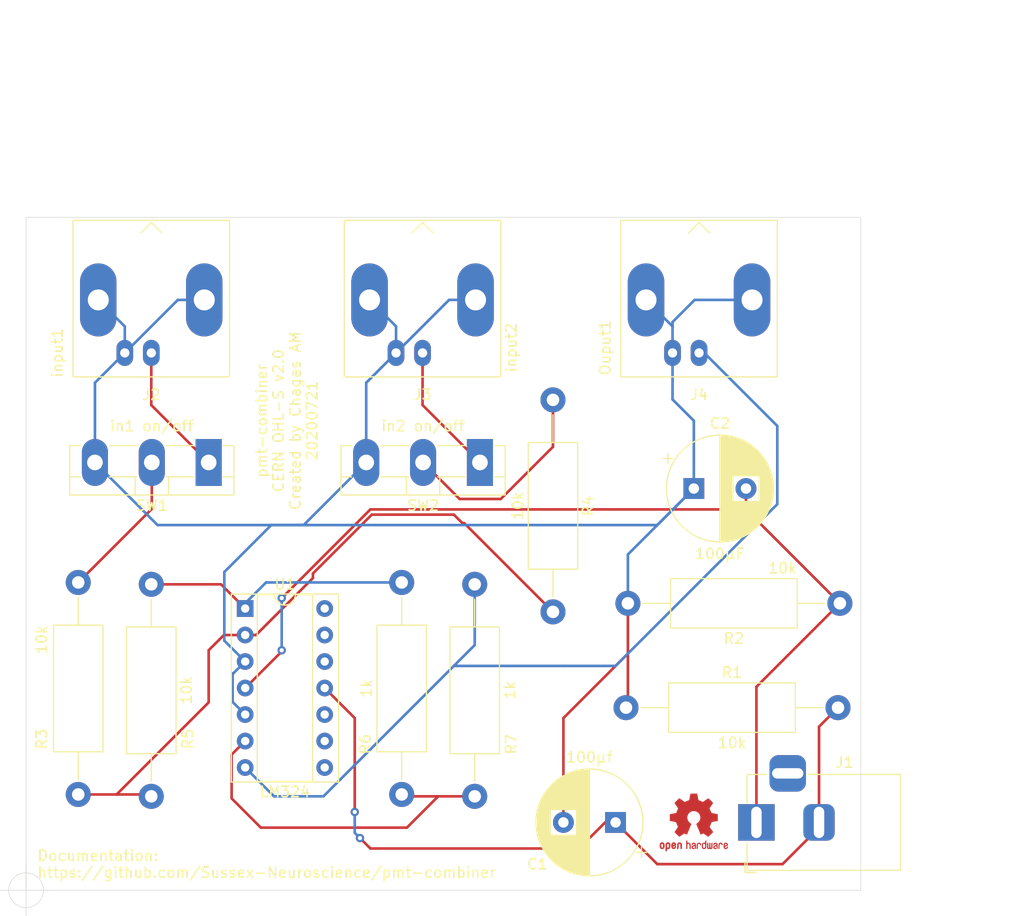
<source format=kicad_pcb>
(kicad_pcb (version 20171130) (host pcbnew 5.1.6-c6e7f7d~87~ubuntu20.04.1)

  (general
    (thickness 1.6)
    (drawings 9)
    (tracks 119)
    (zones 0)
    (modules 19)
    (nets 18)
  )

  (page A4)
  (layers
    (0 F.Cu signal)
    (31 B.Cu signal)
    (32 B.Adhes user)
    (33 F.Adhes user)
    (34 B.Paste user)
    (35 F.Paste user)
    (36 B.SilkS user)
    (37 F.SilkS user)
    (38 B.Mask user)
    (39 F.Mask user)
    (40 Dwgs.User user)
    (41 Cmts.User user)
    (42 Eco1.User user)
    (43 Eco2.User user)
    (44 Edge.Cuts user)
    (45 Margin user)
    (46 B.CrtYd user)
    (47 F.CrtYd user)
    (48 B.Fab user)
    (49 F.Fab user)
  )

  (setup
    (last_trace_width 0.25)
    (trace_clearance 0.2)
    (zone_clearance 0.508)
    (zone_45_only no)
    (trace_min 0.2)
    (via_size 0.8)
    (via_drill 0.4)
    (via_min_size 0.4)
    (via_min_drill 0.3)
    (uvia_size 0.3)
    (uvia_drill 0.1)
    (uvias_allowed no)
    (uvia_min_size 0.2)
    (uvia_min_drill 0.1)
    (edge_width 0.05)
    (segment_width 0.2)
    (pcb_text_width 0.3)
    (pcb_text_size 1.5 1.5)
    (mod_edge_width 0.12)
    (mod_text_size 1 1)
    (mod_text_width 0.15)
    (pad_size 1.524 1.524)
    (pad_drill 0.762)
    (pad_to_mask_clearance 0.05)
    (aux_axis_origin 0 0)
    (visible_elements FFFFFF7F)
    (pcbplotparams
      (layerselection 0x3ffff_ffffffff)
      (usegerberextensions false)
      (usegerberattributes true)
      (usegerberadvancedattributes true)
      (creategerberjobfile true)
      (excludeedgelayer true)
      (linewidth 0.100000)
      (plotframeref false)
      (viasonmask false)
      (mode 1)
      (useauxorigin false)
      (hpglpennumber 1)
      (hpglpenspeed 20)
      (hpglpendiameter 15.000000)
      (psnegative false)
      (psa4output false)
      (plotreference true)
      (plotvalue true)
      (plotinvisibletext false)
      (padsonsilk false)
      (subtractmaskfromsilk false)
      (outputformat 1)
      (mirror false)
      (drillshape 0)
      (scaleselection 1)
      (outputdirectory "gerbers/"))
  )

  (net 0 "")
  (net 1 "Net-(C1-Pad1)")
  (net 2 GND)
  (net 3 "Net-(C2-Pad2)")
  (net 4 "Net-(J2-Pad1)")
  (net 5 "Net-(J3-Pad1)")
  (net 6 "Net-(J4-Pad1)")
  (net 7 "Net-(R3-Pad2)")
  (net 8 "Net-(R3-Pad1)")
  (net 9 "Net-(R4-Pad1)")
  (net 10 "Net-(R5-Pad2)")
  (net 11 "Net-(R6-Pad2)")
  (net 12 "Net-(U1-Pad8)")
  (net 13 "Net-(U1-Pad9)")
  (net 14 "Net-(U1-Pad10)")
  (net 15 "Net-(U1-Pad12)")
  (net 16 "Net-(U1-Pad13)")
  (net 17 "Net-(U1-Pad14)")

  (net_class Default "This is the default net class."
    (clearance 0.2)
    (trace_width 0.25)
    (via_dia 0.8)
    (via_drill 0.4)
    (uvia_dia 0.3)
    (uvia_drill 0.1)
    (add_net GND)
    (add_net "Net-(C1-Pad1)")
    (add_net "Net-(C2-Pad2)")
    (add_net "Net-(J2-Pad1)")
    (add_net "Net-(J3-Pad1)")
    (add_net "Net-(J4-Pad1)")
    (add_net "Net-(R3-Pad1)")
    (add_net "Net-(R3-Pad2)")
    (add_net "Net-(R4-Pad1)")
    (add_net "Net-(R5-Pad2)")
    (add_net "Net-(R6-Pad2)")
    (add_net "Net-(U1-Pad10)")
    (add_net "Net-(U1-Pad12)")
    (add_net "Net-(U1-Pad13)")
    (add_net "Net-(U1-Pad14)")
    (add_net "Net-(U1-Pad8)")
    (add_net "Net-(U1-Pad9)")
  )

  (module MountingHole:MountingHole_3.2mm_M3_DIN965 (layer F.Cu) (tedit 56D1B4CB) (tstamp 5F17090F)
    (at 138.5 40.5)
    (descr "Mounting Hole 3.2mm, no annular, M3, DIN965")
    (tags "mounting hole 3.2mm no annular m3 din965")
    (attr virtual)
    (fp_text reference REF** (at 0 -3.8) (layer F.Fab)
      (effects (font (size 1 1) (thickness 0.15)))
    )
    (fp_text value MountingHole_3.2mm_M3_DIN965 (at 0 3.8) (layer F.Fab)
      (effects (font (size 1 1) (thickness 0.15)))
    )
    (fp_text user %R (at 0.3 0) (layer F.Fab)
      (effects (font (size 1 1) (thickness 0.15)))
    )
    (fp_circle (center 0 0) (end 2.8 0) (layer Cmts.User) (width 0.15))
    (fp_circle (center 0 0) (end 3.05 0) (layer F.CrtYd) (width 0.05))
    (pad 1 np_thru_hole circle (at 0 0) (size 3.2 3.2) (drill 3.2) (layers *.Cu *.Mask))
  )

  (module MountingHole:MountingHole_3.2mm_M3_DIN965 (layer F.Cu) (tedit 56D1B4CB) (tstamp 5F1704E6)
    (at 189.5 54.5)
    (descr "Mounting Hole 3.2mm, no annular, M3, DIN965")
    (tags "mounting hole 3.2mm no annular m3 din965")
    (attr virtual)
    (fp_text reference REF** (at 0 -3.8) (layer F.Fab)
      (effects (font (size 1 1) (thickness 0.15)))
    )
    (fp_text value MountingHole_3.2mm_M3_DIN965 (at 0 3.8) (layer F.Fab)
      (effects (font (size 1 1) (thickness 0.15)))
    )
    (fp_text user %R (at 0.3 0) (layer F.Fab)
      (effects (font (size 1 1) (thickness 0.15)))
    )
    (fp_circle (center 0 0) (end 2.8 0) (layer Cmts.User) (width 0.15))
    (fp_circle (center 0 0) (end 3.05 0) (layer F.CrtYd) (width 0.05))
    (pad 1 np_thru_hole circle (at 0 0) (size 3.2 3.2) (drill 3.2) (layers *.Cu *.Mask))
  )

  (module Symbol:OSHW-Logo2_7.3x6mm_Copper (layer F.Cu) (tedit 0) (tstamp 5F17B017)
    (at 177.5 94)
    (descr "Open Source Hardware Symbol")
    (tags "Logo Symbol OSHW")
    (attr virtual)
    (fp_text reference REF** (at 0 0) (layer F.SilkS) hide
      (effects (font (size 1 1) (thickness 0.15)))
    )
    (fp_text value OSHW-Logo2_7.3x6mm_Copper (at 0.75 0) (layer F.Fab) hide
      (effects (font (size 1 1) (thickness 0.15)))
    )
    (fp_poly (pts (xy 0.10391 -2.757652) (xy 0.182454 -2.757222) (xy 0.239298 -2.756058) (xy 0.278105 -2.753793)
      (xy 0.302538 -2.75006) (xy 0.316262 -2.744494) (xy 0.32294 -2.736727) (xy 0.326236 -2.726395)
      (xy 0.326556 -2.725057) (xy 0.331562 -2.700921) (xy 0.340829 -2.653299) (xy 0.353392 -2.587259)
      (xy 0.368287 -2.507872) (xy 0.384551 -2.420204) (xy 0.385119 -2.417125) (xy 0.40141 -2.331211)
      (xy 0.416652 -2.255304) (xy 0.429861 -2.193955) (xy 0.440054 -2.151718) (xy 0.446248 -2.133145)
      (xy 0.446543 -2.132816) (xy 0.464788 -2.123747) (xy 0.502405 -2.108633) (xy 0.551271 -2.090738)
      (xy 0.551543 -2.090642) (xy 0.613093 -2.067507) (xy 0.685657 -2.038035) (xy 0.754057 -2.008403)
      (xy 0.757294 -2.006938) (xy 0.868702 -1.956374) (xy 1.115399 -2.12484) (xy 1.191077 -2.176197)
      (xy 1.259631 -2.222111) (xy 1.317088 -2.25997) (xy 1.359476 -2.287163) (xy 1.382825 -2.301079)
      (xy 1.385042 -2.302111) (xy 1.40201 -2.297516) (xy 1.433701 -2.275345) (xy 1.481352 -2.234553)
      (xy 1.546198 -2.174095) (xy 1.612397 -2.109773) (xy 1.676214 -2.046388) (xy 1.733329 -1.988549)
      (xy 1.780305 -1.939825) (xy 1.813703 -1.90379) (xy 1.830085 -1.884016) (xy 1.830694 -1.882998)
      (xy 1.832505 -1.869428) (xy 1.825683 -1.847267) (xy 1.80854 -1.813522) (xy 1.779393 -1.7652)
      (xy 1.736555 -1.699308) (xy 1.679448 -1.614483) (xy 1.628766 -1.539823) (xy 1.583461 -1.47286)
      (xy 1.54615 -1.417484) (xy 1.519452 -1.37758) (xy 1.505985 -1.357038) (xy 1.505137 -1.355644)
      (xy 1.506781 -1.335962) (xy 1.519245 -1.297707) (xy 1.540048 -1.248111) (xy 1.547462 -1.232272)
      (xy 1.579814 -1.16171) (xy 1.614328 -1.081647) (xy 1.642365 -1.012371) (xy 1.662568 -0.960955)
      (xy 1.678615 -0.921881) (xy 1.687888 -0.901459) (xy 1.689041 -0.899886) (xy 1.706096 -0.897279)
      (xy 1.746298 -0.890137) (xy 1.804302 -0.879477) (xy 1.874763 -0.866315) (xy 1.952335 -0.851667)
      (xy 2.031672 -0.836551) (xy 2.107431 -0.821982) (xy 2.174264 -0.808978) (xy 2.226828 -0.798555)
      (xy 2.259776 -0.79173) (xy 2.267857 -0.789801) (xy 2.276205 -0.785038) (xy 2.282506 -0.774282)
      (xy 2.287045 -0.753902) (xy 2.290104 -0.720266) (xy 2.291967 -0.669745) (xy 2.292918 -0.598708)
      (xy 2.29324 -0.503524) (xy 2.293257 -0.464508) (xy 2.293257 -0.147201) (xy 2.217057 -0.132161)
      (xy 2.174663 -0.124005) (xy 2.1114 -0.112101) (xy 2.034962 -0.097884) (xy 1.953043 -0.08279)
      (xy 1.9304 -0.078645) (xy 1.854806 -0.063947) (xy 1.788953 -0.049495) (xy 1.738366 -0.036625)
      (xy 1.708574 -0.026678) (xy 1.703612 -0.023713) (xy 1.691426 -0.002717) (xy 1.673953 0.037967)
      (xy 1.654577 0.090322) (xy 1.650734 0.1016) (xy 1.625339 0.171523) (xy 1.593817 0.250418)
      (xy 1.562969 0.321266) (xy 1.562817 0.321595) (xy 1.511447 0.432733) (xy 1.680399 0.681253)
      (xy 1.849352 0.929772) (xy 1.632429 1.147058) (xy 1.566819 1.211726) (xy 1.506979 1.268733)
      (xy 1.456267 1.315033) (xy 1.418046 1.347584) (xy 1.395675 1.363343) (xy 1.392466 1.364343)
      (xy 1.373626 1.356469) (xy 1.33518 1.334578) (xy 1.28133 1.301267) (xy 1.216276 1.259131)
      (xy 1.14594 1.211943) (xy 1.074555 1.16381) (xy 1.010908 1.121928) (xy 0.959041 1.088871)
      (xy 0.922995 1.067218) (xy 0.906867 1.059543) (xy 0.887189 1.066037) (xy 0.849875 1.08315)
      (xy 0.802621 1.107326) (xy 0.797612 1.110013) (xy 0.733977 1.141927) (xy 0.690341 1.157579)
      (xy 0.663202 1.157745) (xy 0.649057 1.143204) (xy 0.648975 1.143) (xy 0.641905 1.125779)
      (xy 0.625042 1.084899) (xy 0.599695 1.023525) (xy 0.567171 0.944819) (xy 0.528778 0.851947)
      (xy 0.485822 0.748072) (xy 0.444222 0.647502) (xy 0.398504 0.536516) (xy 0.356526 0.433703)
      (xy 0.319548 0.342215) (xy 0.288827 0.265201) (xy 0.265622 0.205815) (xy 0.25119 0.167209)
      (xy 0.246743 0.1528) (xy 0.257896 0.136272) (xy 0.287069 0.10993) (xy 0.325971 0.080887)
      (xy 0.436757 -0.010961) (xy 0.523351 -0.116241) (xy 0.584716 -0.232734) (xy 0.619815 -0.358224)
      (xy 0.627608 -0.490493) (xy 0.621943 -0.551543) (xy 0.591078 -0.678205) (xy 0.53792 -0.790059)
      (xy 0.465767 -0.885999) (xy 0.377917 -0.964924) (xy 0.277665 -1.02573) (xy 0.16831 -1.067313)
      (xy 0.053147 -1.088572) (xy -0.064525 -1.088401) (xy -0.18141 -1.065699) (xy -0.294211 -1.019362)
      (xy -0.399631 -0.948287) (xy -0.443632 -0.908089) (xy -0.528021 -0.804871) (xy -0.586778 -0.692075)
      (xy -0.620296 -0.57299) (xy -0.628965 -0.450905) (xy -0.613177 -0.329107) (xy -0.573322 -0.210884)
      (xy -0.509793 -0.099525) (xy -0.422979 0.001684) (xy -0.325971 0.080887) (xy -0.285563 0.111162)
      (xy -0.257018 0.137219) (xy -0.246743 0.152825) (xy -0.252123 0.169843) (xy -0.267425 0.2105)
      (xy -0.291388 0.271642) (xy -0.322756 0.350119) (xy -0.360268 0.44278) (xy -0.402667 0.546472)
      (xy -0.444337 0.647526) (xy -0.49031 0.758607) (xy -0.532893 0.861541) (xy -0.570779 0.953165)
      (xy -0.60266 1.030316) (xy -0.627229 1.089831) (xy -0.64318 1.128544) (xy -0.64909 1.143)
      (xy -0.663052 1.157685) (xy -0.69006 1.157642) (xy -0.733587 1.142099) (xy -0.79711 1.110284)
      (xy -0.797612 1.110013) (xy -0.84544 1.085323) (xy -0.884103 1.067338) (xy -0.905905 1.059614)
      (xy -0.906867 1.059543) (xy -0.923279 1.067378) (xy -0.959513 1.089165) (xy -1.011526 1.122328)
      (xy -1.075275 1.164291) (xy -1.14594 1.211943) (xy -1.217884 1.260191) (xy -1.282726 1.302151)
      (xy -1.336265 1.335227) (xy -1.374303 1.356821) (xy -1.392467 1.364343) (xy -1.409192 1.354457)
      (xy -1.44282 1.326826) (xy -1.48999 1.284495) (xy -1.547342 1.230505) (xy -1.611516 1.167899)
      (xy -1.632503 1.146983) (xy -1.849501 0.929623) (xy -1.684332 0.68722) (xy -1.634136 0.612781)
      (xy -1.590081 0.545972) (xy -1.554638 0.490665) (xy -1.530281 0.450729) (xy -1.519478 0.430036)
      (xy -1.519162 0.428563) (xy -1.524857 0.409058) (xy -1.540174 0.369822) (xy -1.562463 0.31743)
      (xy -1.578107 0.282355) (xy -1.607359 0.215201) (xy -1.634906 0.147358) (xy -1.656263 0.090034)
      (xy -1.662065 0.072572) (xy -1.678548 0.025938) (xy -1.69466 -0.010095) (xy -1.70351 -0.023713)
      (xy -1.72304 -0.032048) (xy -1.765666 -0.043863) (xy -1.825855 -0.057819) (xy -1.898078 -0.072578)
      (xy -1.9304 -0.078645) (xy -2.012478 -0.093727) (xy -2.091205 -0.108331) (xy -2.158891 -0.12102)
      (xy -2.20784 -0.130358) (xy -2.217057 -0.132161) (xy -2.293257 -0.147201) (xy -2.293257 -0.464508)
      (xy -2.293086 -0.568846) (xy -2.292384 -0.647787) (xy -2.290866 -0.704962) (xy -2.288251 -0.744001)
      (xy -2.284254 -0.768535) (xy -2.278591 -0.782195) (xy -2.27098 -0.788611) (xy -2.267857 -0.789801)
      (xy -2.249022 -0.79402) (xy -2.207412 -0.802438) (xy -2.14837 -0.814039) (xy -2.077243 -0.827805)
      (xy -1.999375 -0.84272) (xy -1.920113 -0.857768) (xy -1.844802 -0.871931) (xy -1.778787 -0.884194)
      (xy -1.727413 -0.893539) (xy -1.696025 -0.89895) (xy -1.689041 -0.899886) (xy -1.682715 -0.912404)
      (xy -1.66871 -0.945754) (xy -1.649645 -0.993623) (xy -1.642366 -1.012371) (xy -1.613004 -1.084805)
      (xy -1.578429 -1.16483) (xy -1.547463 -1.232272) (xy -1.524677 -1.283841) (xy -1.509518 -1.326215)
      (xy -1.504458 -1.352166) (xy -1.505264 -1.355644) (xy -1.515959 -1.372064) (xy -1.54038 -1.408583)
      (xy -1.575905 -1.461313) (xy -1.619913 -1.526365) (xy -1.669783 -1.599849) (xy -1.679644 -1.614355)
      (xy -1.737508 -1.700296) (xy -1.780044 -1.765739) (xy -1.808946 -1.813696) (xy -1.82591 -1.84718)
      (xy -1.832633 -1.869205) (xy -1.83081 -1.882783) (xy -1.830764 -1.882869) (xy -1.816414 -1.900703)
      (xy -1.784677 -1.935183) (xy -1.73899 -1.982732) (xy -1.682796 -2.039778) (xy -1.619532 -2.102745)
      (xy -1.612398 -2.109773) (xy -1.53267 -2.18698) (xy -1.471143 -2.24367) (xy -1.426579 -2.28089)
      (xy -1.397743 -2.299685) (xy -1.385042 -2.302111) (xy -1.366506 -2.291529) (xy -1.328039 -2.267084)
      (xy -1.273614 -2.231388) (xy -1.207202 -2.187053) (xy -1.132775 -2.136689) (xy -1.115399 -2.12484)
      (xy -0.868703 -1.956374) (xy -0.757294 -2.006938) (xy -0.689543 -2.036405) (xy -0.616817 -2.066041)
      (xy -0.554297 -2.08967) (xy -0.551543 -2.090642) (xy -0.50264 -2.108543) (xy -0.464943 -2.12368)
      (xy -0.446575 -2.13279) (xy -0.446544 -2.132816) (xy -0.440715 -2.149283) (xy -0.430808 -2.189781)
      (xy -0.417805 -2.249758) (xy -0.402691 -2.32466) (xy -0.386448 -2.409936) (xy -0.385119 -2.417125)
      (xy -0.368825 -2.504986) (xy -0.353867 -2.58474) (xy -0.341209 -2.651319) (xy -0.331814 -2.699653)
      (xy -0.326646 -2.724675) (xy -0.326556 -2.725057) (xy -0.323411 -2.735701) (xy -0.317296 -2.743738)
      (xy -0.304547 -2.749533) (xy -0.2815 -2.753453) (xy -0.244491 -2.755865) (xy -0.189856 -2.757135)
      (xy -0.113933 -2.757629) (xy -0.013056 -2.757714) (xy 0 -2.757714) (xy 0.10391 -2.757652)) (layer F.Cu) (width 0.01))
    (fp_poly (pts (xy 3.153595 1.966966) (xy 3.211021 2.004497) (xy 3.238719 2.038096) (xy 3.260662 2.099064)
      (xy 3.262405 2.147308) (xy 3.258457 2.211816) (xy 3.109686 2.276934) (xy 3.037349 2.310202)
      (xy 2.990084 2.336964) (xy 2.965507 2.360144) (xy 2.961237 2.382667) (xy 2.974889 2.407455)
      (xy 2.989943 2.423886) (xy 3.033746 2.450235) (xy 3.081389 2.452081) (xy 3.125145 2.431546)
      (xy 3.157289 2.390752) (xy 3.163038 2.376347) (xy 3.190576 2.331356) (xy 3.222258 2.312182)
      (xy 3.265714 2.295779) (xy 3.265714 2.357966) (xy 3.261872 2.400283) (xy 3.246823 2.435969)
      (xy 3.21528 2.476943) (xy 3.210592 2.482267) (xy 3.175506 2.51872) (xy 3.145347 2.538283)
      (xy 3.107615 2.547283) (xy 3.076335 2.55023) (xy 3.020385 2.550965) (xy 2.980555 2.54166)
      (xy 2.955708 2.527846) (xy 2.916656 2.497467) (xy 2.889625 2.464613) (xy 2.872517 2.423294)
      (xy 2.863238 2.367521) (xy 2.859693 2.291305) (xy 2.85941 2.252622) (xy 2.860372 2.206247)
      (xy 2.948007 2.206247) (xy 2.949023 2.231126) (xy 2.951556 2.2352) (xy 2.968274 2.229665)
      (xy 3.004249 2.215017) (xy 3.052331 2.19419) (xy 3.062386 2.189714) (xy 3.123152 2.158814)
      (xy 3.156632 2.131657) (xy 3.16399 2.10622) (xy 3.146391 2.080481) (xy 3.131856 2.069109)
      (xy 3.07941 2.046364) (xy 3.030322 2.050122) (xy 2.989227 2.077884) (xy 2.960758 2.127152)
      (xy 2.951631 2.166257) (xy 2.948007 2.206247) (xy 2.860372 2.206247) (xy 2.861285 2.162249)
      (xy 2.868196 2.095384) (xy 2.881884 2.046695) (xy 2.904096 2.010849) (xy 2.936574 1.982513)
      (xy 2.950733 1.973355) (xy 3.015053 1.949507) (xy 3.085473 1.948006) (xy 3.153595 1.966966)) (layer F.Cu) (width 0.01))
    (fp_poly (pts (xy 2.6526 1.958752) (xy 2.669948 1.966334) (xy 2.711356 1.999128) (xy 2.746765 2.046547)
      (xy 2.768664 2.097151) (xy 2.772229 2.122098) (xy 2.760279 2.156927) (xy 2.734067 2.175357)
      (xy 2.705964 2.186516) (xy 2.693095 2.188572) (xy 2.686829 2.173649) (xy 2.674456 2.141175)
      (xy 2.669028 2.126502) (xy 2.63859 2.075744) (xy 2.59452 2.050427) (xy 2.53801 2.051206)
      (xy 2.533825 2.052203) (xy 2.503655 2.066507) (xy 2.481476 2.094393) (xy 2.466327 2.139287)
      (xy 2.45725 2.204615) (xy 2.453286 2.293804) (xy 2.452914 2.341261) (xy 2.45273 2.416071)
      (xy 2.451522 2.467069) (xy 2.448309 2.499471) (xy 2.442109 2.518495) (xy 2.43194 2.529356)
      (xy 2.416819 2.537272) (xy 2.415946 2.53767) (xy 2.386828 2.549981) (xy 2.372403 2.554514)
      (xy 2.370186 2.540809) (xy 2.368289 2.502925) (xy 2.366847 2.445715) (xy 2.365998 2.374027)
      (xy 2.365829 2.321565) (xy 2.366692 2.220047) (xy 2.37007 2.143032) (xy 2.377142 2.086023)
      (xy 2.389088 2.044526) (xy 2.40709 2.014043) (xy 2.432327 1.99008) (xy 2.457247 1.973355)
      (xy 2.517171 1.951097) (xy 2.586911 1.946076) (xy 2.6526 1.958752)) (layer F.Cu) (width 0.01))
    (fp_poly (pts (xy 2.144876 1.956335) (xy 2.186667 1.975344) (xy 2.219469 1.998378) (xy 2.243503 2.024133)
      (xy 2.260097 2.057358) (xy 2.270577 2.1028) (xy 2.276271 2.165207) (xy 2.278507 2.249327)
      (xy 2.278743 2.304721) (xy 2.278743 2.520826) (xy 2.241774 2.53767) (xy 2.212656 2.549981)
      (xy 2.198231 2.554514) (xy 2.195472 2.541025) (xy 2.193282 2.504653) (xy 2.191942 2.451542)
      (xy 2.191657 2.409372) (xy 2.190434 2.348447) (xy 2.187136 2.300115) (xy 2.182321 2.270518)
      (xy 2.178496 2.264229) (xy 2.152783 2.270652) (xy 2.112418 2.287125) (xy 2.065679 2.309458)
      (xy 2.020845 2.333457) (xy 1.986193 2.35493) (xy 1.970002 2.369685) (xy 1.969938 2.369845)
      (xy 1.97133 2.397152) (xy 1.983818 2.423219) (xy 2.005743 2.444392) (xy 2.037743 2.451474)
      (xy 2.065092 2.450649) (xy 2.103826 2.450042) (xy 2.124158 2.459116) (xy 2.136369 2.483092)
      (xy 2.137909 2.487613) (xy 2.143203 2.521806) (xy 2.129047 2.542568) (xy 2.092148 2.552462)
      (xy 2.052289 2.554292) (xy 1.980562 2.540727) (xy 1.943432 2.521355) (xy 1.897576 2.475845)
      (xy 1.873256 2.419983) (xy 1.871073 2.360957) (xy 1.891629 2.305953) (xy 1.922549 2.271486)
      (xy 1.95342 2.252189) (xy 2.001942 2.227759) (xy 2.058485 2.202985) (xy 2.06791 2.199199)
      (xy 2.130019 2.171791) (xy 2.165822 2.147634) (xy 2.177337 2.123619) (xy 2.16658 2.096635)
      (xy 2.148114 2.075543) (xy 2.104469 2.049572) (xy 2.056446 2.047624) (xy 2.012406 2.067637)
      (xy 1.980709 2.107551) (xy 1.976549 2.117848) (xy 1.952327 2.155724) (xy 1.916965 2.183842)
      (xy 1.872343 2.206917) (xy 1.872343 2.141485) (xy 1.874969 2.101506) (xy 1.88623 2.069997)
      (xy 1.911199 2.036378) (xy 1.935169 2.010484) (xy 1.972441 1.973817) (xy 2.001401 1.954121)
      (xy 2.032505 1.94622) (xy 2.067713 1.944914) (xy 2.144876 1.956335)) (layer F.Cu) (width 0.01))
    (fp_poly (pts (xy 1.779833 1.958663) (xy 1.782048 1.99685) (xy 1.783784 2.054886) (xy 1.784899 2.12818)
      (xy 1.785257 2.205055) (xy 1.785257 2.465196) (xy 1.739326 2.511127) (xy 1.707675 2.539429)
      (xy 1.67989 2.550893) (xy 1.641915 2.550168) (xy 1.62684 2.548321) (xy 1.579726 2.542948)
      (xy 1.540756 2.539869) (xy 1.531257 2.539585) (xy 1.499233 2.541445) (xy 1.453432 2.546114)
      (xy 1.435674 2.548321) (xy 1.392057 2.551735) (xy 1.362745 2.54432) (xy 1.33368 2.521427)
      (xy 1.323188 2.511127) (xy 1.277257 2.465196) (xy 1.277257 1.978602) (xy 1.314226 1.961758)
      (xy 1.346059 1.949282) (xy 1.364683 1.944914) (xy 1.369458 1.958718) (xy 1.373921 1.997286)
      (xy 1.377775 2.056356) (xy 1.380722 2.131663) (xy 1.382143 2.195286) (xy 1.386114 2.445657)
      (xy 1.420759 2.450556) (xy 1.452268 2.447131) (xy 1.467708 2.436041) (xy 1.472023 2.415308)
      (xy 1.475708 2.371145) (xy 1.478469 2.309146) (xy 1.480012 2.234909) (xy 1.480235 2.196706)
      (xy 1.480457 1.976783) (xy 1.526166 1.960849) (xy 1.558518 1.950015) (xy 1.576115 1.944962)
      (xy 1.576623 1.944914) (xy 1.578388 1.958648) (xy 1.580329 1.99673) (xy 1.582282 2.054482)
      (xy 1.584084 2.127227) (xy 1.585343 2.195286) (xy 1.589314 2.445657) (xy 1.6764 2.445657)
      (xy 1.680396 2.21724) (xy 1.684392 1.988822) (xy 1.726847 1.966868) (xy 1.758192 1.951793)
      (xy 1.776744 1.944951) (xy 1.777279 1.944914) (xy 1.779833 1.958663)) (layer F.Cu) (width 0.01))
    (fp_poly (pts (xy 1.190117 2.065358) (xy 1.189933 2.173837) (xy 1.189219 2.257287) (xy 1.187675 2.319704)
      (xy 1.185001 2.365085) (xy 1.180894 2.397429) (xy 1.175055 2.420733) (xy 1.167182 2.438995)
      (xy 1.161221 2.449418) (xy 1.111855 2.505945) (xy 1.049264 2.541377) (xy 0.980013 2.55409)
      (xy 0.910668 2.542463) (xy 0.869375 2.521568) (xy 0.826025 2.485422) (xy 0.796481 2.441276)
      (xy 0.778655 2.383462) (xy 0.770463 2.306313) (xy 0.769302 2.249714) (xy 0.769458 2.245647)
      (xy 0.870857 2.245647) (xy 0.871476 2.31055) (xy 0.874314 2.353514) (xy 0.88084 2.381622)
      (xy 0.892523 2.401953) (xy 0.906483 2.417288) (xy 0.953365 2.44689) (xy 1.003701 2.449419)
      (xy 1.051276 2.424705) (xy 1.054979 2.421356) (xy 1.070783 2.403935) (xy 1.080693 2.383209)
      (xy 1.086058 2.352362) (xy 1.088228 2.304577) (xy 1.088571 2.251748) (xy 1.087827 2.185381)
      (xy 1.084748 2.141106) (xy 1.078061 2.112009) (xy 1.066496 2.091173) (xy 1.057013 2.080107)
      (xy 1.01296 2.052198) (xy 0.962224 2.048843) (xy 0.913796 2.070159) (xy 0.90445 2.078073)
      (xy 0.88854 2.095647) (xy 0.87861 2.116587) (xy 0.873278 2.147782) (xy 0.871163 2.196122)
      (xy 0.870857 2.245647) (xy 0.769458 2.245647) (xy 0.77281 2.158568) (xy 0.784726 2.090086)
      (xy 0.807135 2.0386) (xy 0.842124 1.998443) (xy 0.869375 1.977861) (xy 0.918907 1.955625)
      (xy 0.976316 1.945304) (xy 1.029682 1.948067) (xy 1.059543 1.959212) (xy 1.071261 1.962383)
      (xy 1.079037 1.950557) (xy 1.084465 1.918866) (xy 1.088571 1.870593) (xy 1.093067 1.816829)
      (xy 1.099313 1.784482) (xy 1.110676 1.765985) (xy 1.130528 1.75377) (xy 1.143 1.748362)
      (xy 1.190171 1.728601) (xy 1.190117 2.065358)) (layer F.Cu) (width 0.01))
    (fp_poly (pts (xy 0.529926 1.949755) (xy 0.595858 1.974084) (xy 0.649273 2.017117) (xy 0.670164 2.047409)
      (xy 0.692939 2.102994) (xy 0.692466 2.143186) (xy 0.668562 2.170217) (xy 0.659717 2.174813)
      (xy 0.62153 2.189144) (xy 0.602028 2.185472) (xy 0.595422 2.161407) (xy 0.595086 2.148114)
      (xy 0.582992 2.09921) (xy 0.551471 2.064999) (xy 0.507659 2.048476) (xy 0.458695 2.052634)
      (xy 0.418894 2.074227) (xy 0.40545 2.086544) (xy 0.395921 2.101487) (xy 0.389485 2.124075)
      (xy 0.385317 2.159328) (xy 0.382597 2.212266) (xy 0.380502 2.287907) (xy 0.37996 2.311857)
      (xy 0.377981 2.39379) (xy 0.375731 2.451455) (xy 0.372357 2.489608) (xy 0.367006 2.513004)
      (xy 0.358824 2.526398) (xy 0.346959 2.534545) (xy 0.339362 2.538144) (xy 0.307102 2.550452)
      (xy 0.288111 2.554514) (xy 0.281836 2.540948) (xy 0.278006 2.499934) (xy 0.2766 2.430999)
      (xy 0.277598 2.333669) (xy 0.277908 2.318657) (xy 0.280101 2.229859) (xy 0.282693 2.165019)
      (xy 0.286382 2.119067) (xy 0.291864 2.086935) (xy 0.299835 2.063553) (xy 0.310993 2.043852)
      (xy 0.31683 2.03541) (xy 0.350296 1.998057) (xy 0.387727 1.969003) (xy 0.392309 1.966467)
      (xy 0.459426 1.946443) (xy 0.529926 1.949755)) (layer F.Cu) (width 0.01))
    (fp_poly (pts (xy 0.039744 1.950968) (xy 0.096616 1.972087) (xy 0.097267 1.972493) (xy 0.13244 1.99838)
      (xy 0.158407 2.028633) (xy 0.17667 2.068058) (xy 0.188732 2.121462) (xy 0.196096 2.193651)
      (xy 0.200264 2.289432) (xy 0.200629 2.303078) (xy 0.205876 2.508842) (xy 0.161716 2.531678)
      (xy 0.129763 2.54711) (xy 0.11047 2.554423) (xy 0.109578 2.554514) (xy 0.106239 2.541022)
      (xy 0.103587 2.504626) (xy 0.101956 2.451452) (xy 0.1016 2.408393) (xy 0.101592 2.338641)
      (xy 0.098403 2.294837) (xy 0.087288 2.273944) (xy 0.063501 2.272925) (xy 0.022296 2.288741)
      (xy -0.039914 2.317815) (xy -0.085659 2.341963) (xy -0.109187 2.362913) (xy -0.116104 2.385747)
      (xy -0.116114 2.386877) (xy -0.104701 2.426212) (xy -0.070908 2.447462) (xy -0.019191 2.450539)
      (xy 0.018061 2.450006) (xy 0.037703 2.460735) (xy 0.049952 2.486505) (xy 0.057002 2.519337)
      (xy 0.046842 2.537966) (xy 0.043017 2.540632) (xy 0.007001 2.55134) (xy -0.043434 2.552856)
      (xy -0.095374 2.545759) (xy -0.132178 2.532788) (xy -0.183062 2.489585) (xy -0.211986 2.429446)
      (xy -0.217714 2.382462) (xy -0.213343 2.340082) (xy -0.197525 2.305488) (xy -0.166203 2.274763)
      (xy -0.115322 2.24399) (xy -0.040824 2.209252) (xy -0.036286 2.207288) (xy 0.030821 2.176287)
      (xy 0.072232 2.150862) (xy 0.089981 2.128014) (xy 0.086107 2.104745) (xy 0.062643 2.078056)
      (xy 0.055627 2.071914) (xy 0.00863 2.0481) (xy -0.040067 2.049103) (xy -0.082478 2.072451)
      (xy -0.110616 2.115675) (xy -0.113231 2.12416) (xy -0.138692 2.165308) (xy -0.170999 2.185128)
      (xy -0.217714 2.20477) (xy -0.217714 2.15395) (xy -0.203504 2.080082) (xy -0.161325 2.012327)
      (xy -0.139376 1.989661) (xy -0.089483 1.960569) (xy -0.026033 1.9474) (xy 0.039744 1.950968)) (layer F.Cu) (width 0.01))
    (fp_poly (pts (xy -0.624114 1.851289) (xy -0.619861 1.910613) (xy -0.614975 1.945572) (xy -0.608205 1.96082)
      (xy -0.598298 1.961015) (xy -0.595086 1.959195) (xy -0.552356 1.946015) (xy -0.496773 1.946785)
      (xy -0.440263 1.960333) (xy -0.404918 1.977861) (xy -0.368679 2.005861) (xy -0.342187 2.037549)
      (xy -0.324001 2.077813) (xy -0.312678 2.131543) (xy -0.306778 2.203626) (xy -0.304857 2.298951)
      (xy -0.304823 2.317237) (xy -0.3048 2.522646) (xy -0.350509 2.53858) (xy -0.382973 2.54942)
      (xy -0.400785 2.554468) (xy -0.401309 2.554514) (xy -0.403063 2.540828) (xy -0.404556 2.503076)
      (xy -0.405674 2.446224) (xy -0.406303 2.375234) (xy -0.4064 2.332073) (xy -0.406602 2.246973)
      (xy -0.407642 2.185981) (xy -0.410169 2.144177) (xy -0.414836 2.116642) (xy -0.422293 2.098456)
      (xy -0.433189 2.084698) (xy -0.439993 2.078073) (xy -0.486728 2.051375) (xy -0.537728 2.049375)
      (xy -0.583999 2.071955) (xy -0.592556 2.080107) (xy -0.605107 2.095436) (xy -0.613812 2.113618)
      (xy -0.619369 2.139909) (xy -0.622474 2.179562) (xy -0.623824 2.237832) (xy -0.624114 2.318173)
      (xy -0.624114 2.522646) (xy -0.669823 2.53858) (xy -0.702287 2.54942) (xy -0.720099 2.554468)
      (xy -0.720623 2.554514) (xy -0.721963 2.540623) (xy -0.723172 2.501439) (xy -0.724199 2.4407)
      (xy -0.724998 2.362141) (xy -0.725519 2.269498) (xy -0.725714 2.166509) (xy -0.725714 1.769342)
      (xy -0.678543 1.749444) (xy -0.631371 1.729547) (xy -0.624114 1.851289)) (layer F.Cu) (width 0.01))
    (fp_poly (pts (xy -1.831697 1.931239) (xy -1.774473 1.969735) (xy -1.730251 2.025335) (xy -1.703833 2.096086)
      (xy -1.69849 2.148162) (xy -1.699097 2.169893) (xy -1.704178 2.186531) (xy -1.718145 2.201437)
      (xy -1.745411 2.217973) (xy -1.790388 2.239498) (xy -1.857489 2.269374) (xy -1.857829 2.269524)
      (xy -1.919593 2.297813) (xy -1.970241 2.322933) (xy -2.004596 2.342179) (xy -2.017482 2.352848)
      (xy -2.017486 2.352934) (xy -2.006128 2.376166) (xy -1.979569 2.401774) (xy -1.949077 2.420221)
      (xy -1.93363 2.423886) (xy -1.891485 2.411212) (xy -1.855192 2.379471) (xy -1.837483 2.344572)
      (xy -1.820448 2.318845) (xy -1.787078 2.289546) (xy -1.747851 2.264235) (xy -1.713244 2.250471)
      (xy -1.706007 2.249714) (xy -1.697861 2.26216) (xy -1.69737 2.293972) (xy -1.703357 2.336866)
      (xy -1.714643 2.382558) (xy -1.73005 2.422761) (xy -1.730829 2.424322) (xy -1.777196 2.489062)
      (xy -1.837289 2.533097) (xy -1.905535 2.554711) (xy -1.976362 2.552185) (xy -2.044196 2.523804)
      (xy -2.047212 2.521808) (xy -2.100573 2.473448) (xy -2.13566 2.410352) (xy -2.155078 2.327387)
      (xy -2.157684 2.304078) (xy -2.162299 2.194055) (xy -2.156767 2.142748) (xy -2.017486 2.142748)
      (xy -2.015676 2.174753) (xy -2.005778 2.184093) (xy -1.981102 2.177105) (xy -1.942205 2.160587)
      (xy -1.898725 2.139881) (xy -1.897644 2.139333) (xy -1.860791 2.119949) (xy -1.846 2.107013)
      (xy -1.849647 2.093451) (xy -1.865005 2.075632) (xy -1.904077 2.049845) (xy -1.946154 2.04795)
      (xy -1.983897 2.066717) (xy -2.009966 2.102915) (xy -2.017486 2.142748) (xy -2.156767 2.142748)
      (xy -2.152806 2.106027) (xy -2.12845 2.036212) (xy -2.094544 1.987302) (xy -2.033347 1.937878)
      (xy -1.965937 1.913359) (xy -1.89712 1.911797) (xy -1.831697 1.931239)) (layer F.Cu) (width 0.01))
    (fp_poly (pts (xy -2.958885 1.921962) (xy -2.890855 1.957733) (xy -2.840649 2.015301) (xy -2.822815 2.052312)
      (xy -2.808937 2.107882) (xy -2.801833 2.178096) (xy -2.80116 2.254727) (xy -2.806573 2.329552)
      (xy -2.81773 2.394342) (xy -2.834286 2.440873) (xy -2.839374 2.448887) (xy -2.899645 2.508707)
      (xy -2.971231 2.544535) (xy -3.048908 2.55502) (xy -3.127452 2.53881) (xy -3.149311 2.529092)
      (xy -3.191878 2.499143) (xy -3.229237 2.459433) (xy -3.232768 2.454397) (xy -3.247119 2.430124)
      (xy -3.256606 2.404178) (xy -3.26221 2.370022) (xy -3.264914 2.321119) (xy -3.265701 2.250935)
      (xy -3.265714 2.2352) (xy -3.265678 2.230192) (xy -3.120571 2.230192) (xy -3.119727 2.29643)
      (xy -3.116404 2.340386) (xy -3.109417 2.368779) (xy -3.097584 2.388325) (xy -3.091543 2.394857)
      (xy -3.056814 2.41968) (xy -3.023097 2.418548) (xy -2.989005 2.397016) (xy -2.968671 2.374029)
      (xy -2.956629 2.340478) (xy -2.949866 2.287569) (xy -2.949402 2.281399) (xy -2.948248 2.185513)
      (xy -2.960312 2.114299) (xy -2.98543 2.068194) (xy -3.02344 2.047635) (xy -3.037008 2.046514)
      (xy -3.072636 2.052152) (xy -3.097006 2.071686) (xy -3.111907 2.109042) (xy -3.119125 2.16815)
      (xy -3.120571 2.230192) (xy -3.265678 2.230192) (xy -3.265174 2.160413) (xy -3.262904 2.108159)
      (xy -3.257932 2.071949) (xy -3.249287 2.045299) (xy -3.235995 2.021722) (xy -3.233057 2.017338)
      (xy -3.183687 1.958249) (xy -3.129891 1.923947) (xy -3.064398 1.910331) (xy -3.042158 1.909665)
      (xy -2.958885 1.921962)) (layer F.Cu) (width 0.01))
    (fp_poly (pts (xy -1.283907 1.92778) (xy -1.237328 1.954723) (xy -1.204943 1.981466) (xy -1.181258 2.009484)
      (xy -1.164941 2.043748) (xy -1.154661 2.089227) (xy -1.149086 2.150892) (xy -1.146884 2.233711)
      (xy -1.146629 2.293246) (xy -1.146629 2.512391) (xy -1.208314 2.540044) (xy -1.27 2.567697)
      (xy -1.277257 2.32767) (xy -1.280256 2.238028) (xy -1.283402 2.172962) (xy -1.287299 2.128026)
      (xy -1.292553 2.09877) (xy -1.299769 2.080748) (xy -1.30955 2.069511) (xy -1.312688 2.067079)
      (xy -1.360239 2.048083) (xy -1.408303 2.0556) (xy -1.436914 2.075543) (xy -1.448553 2.089675)
      (xy -1.456609 2.10822) (xy -1.461729 2.136334) (xy -1.464559 2.179173) (xy -1.465744 2.241895)
      (xy -1.465943 2.307261) (xy -1.465982 2.389268) (xy -1.467386 2.447316) (xy -1.472086 2.486465)
      (xy -1.482013 2.51178) (xy -1.499097 2.528323) (xy -1.525268 2.541156) (xy -1.560225 2.554491)
      (xy -1.598404 2.569007) (xy -1.593859 2.311389) (xy -1.592029 2.218519) (xy -1.589888 2.149889)
      (xy -1.586819 2.100711) (xy -1.582206 2.066198) (xy -1.575432 2.041562) (xy -1.565881 2.022016)
      (xy -1.554366 2.00477) (xy -1.49881 1.94968) (xy -1.43102 1.917822) (xy -1.357287 1.910191)
      (xy -1.283907 1.92778)) (layer F.Cu) (width 0.01))
    (fp_poly (pts (xy -2.400256 1.919918) (xy -2.344799 1.947568) (xy -2.295852 1.99848) (xy -2.282371 2.017338)
      (xy -2.267686 2.042015) (xy -2.258158 2.068816) (xy -2.252707 2.104587) (xy -2.250253 2.156169)
      (xy -2.249714 2.224267) (xy -2.252148 2.317588) (xy -2.260606 2.387657) (xy -2.276826 2.439931)
      (xy -2.302546 2.479869) (xy -2.339503 2.512929) (xy -2.342218 2.514886) (xy -2.37864 2.534908)
      (xy -2.422498 2.544815) (xy -2.478276 2.547257) (xy -2.568952 2.547257) (xy -2.56899 2.635283)
      (xy -2.569834 2.684308) (xy -2.574976 2.713065) (xy -2.588413 2.730311) (xy -2.614142 2.744808)
      (xy -2.620321 2.747769) (xy -2.649236 2.761648) (xy -2.671624 2.770414) (xy -2.688271 2.771171)
      (xy -2.699964 2.761023) (xy -2.70749 2.737073) (xy -2.711634 2.696426) (xy -2.713185 2.636186)
      (xy -2.712929 2.553455) (xy -2.711651 2.445339) (xy -2.711252 2.413) (xy -2.709815 2.301524)
      (xy -2.708528 2.228603) (xy -2.569029 2.228603) (xy -2.568245 2.290499) (xy -2.56476 2.330997)
      (xy -2.556876 2.357708) (xy -2.542895 2.378244) (xy -2.533403 2.38826) (xy -2.494596 2.417567)
      (xy -2.460237 2.419952) (xy -2.424784 2.39575) (xy -2.423886 2.394857) (xy -2.409461 2.376153)
      (xy -2.400687 2.350732) (xy -2.396261 2.311584) (xy -2.394882 2.251697) (xy -2.394857 2.23843)
      (xy -2.398188 2.155901) (xy -2.409031 2.098691) (xy -2.42866 2.063766) (xy -2.45835 2.048094)
      (xy -2.475509 2.046514) (xy -2.516234 2.053926) (xy -2.544168 2.07833) (xy -2.560983 2.12298)
      (xy -2.56835 2.19113) (xy -2.569029 2.228603) (xy -2.708528 2.228603) (xy -2.708292 2.215245)
      (xy -2.706323 2.150333) (xy -2.70355 2.102958) (xy -2.699612 2.06929) (xy -2.694151 2.045498)
      (xy -2.686808 2.027753) (xy -2.677223 2.012224) (xy -2.673113 2.006381) (xy -2.618595 1.951185)
      (xy -2.549664 1.91989) (xy -2.469928 1.911165) (xy -2.400256 1.919918)) (layer F.Cu) (width 0.01))
  )

  (module Capacitor_THT:CP_Radial_D10.0mm_P5.00mm (layer F.Cu) (tedit 5AE50EF1) (tstamp 5F17772F)
    (at 170 94 180)
    (descr "CP, Radial series, Radial, pin pitch=5.00mm, , diameter=10mm, Electrolytic Capacitor")
    (tags "CP Radial series Radial pin pitch 5.00mm  diameter 10mm Electrolytic Capacitor")
    (path /5F1748BA)
    (fp_text reference C1 (at 7.5 -4) (layer F.SilkS)
      (effects (font (size 1 1) (thickness 0.15)))
    )
    (fp_text value 100µf (at 2.5 6.25) (layer F.SilkS)
      (effects (font (size 1 1) (thickness 0.15)))
    )
    (fp_circle (center 2.5 0) (end 7.5 0) (layer F.Fab) (width 0.1))
    (fp_circle (center 2.5 0) (end 7.62 0) (layer F.SilkS) (width 0.12))
    (fp_circle (center 2.5 0) (end 7.75 0) (layer F.CrtYd) (width 0.05))
    (fp_line (start -1.788861 -2.1875) (end -0.788861 -2.1875) (layer F.Fab) (width 0.1))
    (fp_line (start -1.288861 -2.6875) (end -1.288861 -1.6875) (layer F.Fab) (width 0.1))
    (fp_line (start 2.5 -5.08) (end 2.5 5.08) (layer F.SilkS) (width 0.12))
    (fp_line (start 2.54 -5.08) (end 2.54 5.08) (layer F.SilkS) (width 0.12))
    (fp_line (start 2.58 -5.08) (end 2.58 5.08) (layer F.SilkS) (width 0.12))
    (fp_line (start 2.62 -5.079) (end 2.62 5.079) (layer F.SilkS) (width 0.12))
    (fp_line (start 2.66 -5.078) (end 2.66 5.078) (layer F.SilkS) (width 0.12))
    (fp_line (start 2.7 -5.077) (end 2.7 5.077) (layer F.SilkS) (width 0.12))
    (fp_line (start 2.74 -5.075) (end 2.74 5.075) (layer F.SilkS) (width 0.12))
    (fp_line (start 2.78 -5.073) (end 2.78 5.073) (layer F.SilkS) (width 0.12))
    (fp_line (start 2.82 -5.07) (end 2.82 5.07) (layer F.SilkS) (width 0.12))
    (fp_line (start 2.86 -5.068) (end 2.86 5.068) (layer F.SilkS) (width 0.12))
    (fp_line (start 2.9 -5.065) (end 2.9 5.065) (layer F.SilkS) (width 0.12))
    (fp_line (start 2.94 -5.062) (end 2.94 5.062) (layer F.SilkS) (width 0.12))
    (fp_line (start 2.98 -5.058) (end 2.98 5.058) (layer F.SilkS) (width 0.12))
    (fp_line (start 3.02 -5.054) (end 3.02 5.054) (layer F.SilkS) (width 0.12))
    (fp_line (start 3.06 -5.05) (end 3.06 5.05) (layer F.SilkS) (width 0.12))
    (fp_line (start 3.1 -5.045) (end 3.1 5.045) (layer F.SilkS) (width 0.12))
    (fp_line (start 3.14 -5.04) (end 3.14 5.04) (layer F.SilkS) (width 0.12))
    (fp_line (start 3.18 -5.035) (end 3.18 5.035) (layer F.SilkS) (width 0.12))
    (fp_line (start 3.221 -5.03) (end 3.221 5.03) (layer F.SilkS) (width 0.12))
    (fp_line (start 3.261 -5.024) (end 3.261 5.024) (layer F.SilkS) (width 0.12))
    (fp_line (start 3.301 -5.018) (end 3.301 5.018) (layer F.SilkS) (width 0.12))
    (fp_line (start 3.341 -5.011) (end 3.341 5.011) (layer F.SilkS) (width 0.12))
    (fp_line (start 3.381 -5.004) (end 3.381 5.004) (layer F.SilkS) (width 0.12))
    (fp_line (start 3.421 -4.997) (end 3.421 4.997) (layer F.SilkS) (width 0.12))
    (fp_line (start 3.461 -4.99) (end 3.461 4.99) (layer F.SilkS) (width 0.12))
    (fp_line (start 3.501 -4.982) (end 3.501 4.982) (layer F.SilkS) (width 0.12))
    (fp_line (start 3.541 -4.974) (end 3.541 4.974) (layer F.SilkS) (width 0.12))
    (fp_line (start 3.581 -4.965) (end 3.581 4.965) (layer F.SilkS) (width 0.12))
    (fp_line (start 3.621 -4.956) (end 3.621 4.956) (layer F.SilkS) (width 0.12))
    (fp_line (start 3.661 -4.947) (end 3.661 4.947) (layer F.SilkS) (width 0.12))
    (fp_line (start 3.701 -4.938) (end 3.701 4.938) (layer F.SilkS) (width 0.12))
    (fp_line (start 3.741 -4.928) (end 3.741 4.928) (layer F.SilkS) (width 0.12))
    (fp_line (start 3.781 -4.918) (end 3.781 -1.241) (layer F.SilkS) (width 0.12))
    (fp_line (start 3.781 1.241) (end 3.781 4.918) (layer F.SilkS) (width 0.12))
    (fp_line (start 3.821 -4.907) (end 3.821 -1.241) (layer F.SilkS) (width 0.12))
    (fp_line (start 3.821 1.241) (end 3.821 4.907) (layer F.SilkS) (width 0.12))
    (fp_line (start 3.861 -4.897) (end 3.861 -1.241) (layer F.SilkS) (width 0.12))
    (fp_line (start 3.861 1.241) (end 3.861 4.897) (layer F.SilkS) (width 0.12))
    (fp_line (start 3.901 -4.885) (end 3.901 -1.241) (layer F.SilkS) (width 0.12))
    (fp_line (start 3.901 1.241) (end 3.901 4.885) (layer F.SilkS) (width 0.12))
    (fp_line (start 3.941 -4.874) (end 3.941 -1.241) (layer F.SilkS) (width 0.12))
    (fp_line (start 3.941 1.241) (end 3.941 4.874) (layer F.SilkS) (width 0.12))
    (fp_line (start 3.981 -4.862) (end 3.981 -1.241) (layer F.SilkS) (width 0.12))
    (fp_line (start 3.981 1.241) (end 3.981 4.862) (layer F.SilkS) (width 0.12))
    (fp_line (start 4.021 -4.85) (end 4.021 -1.241) (layer F.SilkS) (width 0.12))
    (fp_line (start 4.021 1.241) (end 4.021 4.85) (layer F.SilkS) (width 0.12))
    (fp_line (start 4.061 -4.837) (end 4.061 -1.241) (layer F.SilkS) (width 0.12))
    (fp_line (start 4.061 1.241) (end 4.061 4.837) (layer F.SilkS) (width 0.12))
    (fp_line (start 4.101 -4.824) (end 4.101 -1.241) (layer F.SilkS) (width 0.12))
    (fp_line (start 4.101 1.241) (end 4.101 4.824) (layer F.SilkS) (width 0.12))
    (fp_line (start 4.141 -4.811) (end 4.141 -1.241) (layer F.SilkS) (width 0.12))
    (fp_line (start 4.141 1.241) (end 4.141 4.811) (layer F.SilkS) (width 0.12))
    (fp_line (start 4.181 -4.797) (end 4.181 -1.241) (layer F.SilkS) (width 0.12))
    (fp_line (start 4.181 1.241) (end 4.181 4.797) (layer F.SilkS) (width 0.12))
    (fp_line (start 4.221 -4.783) (end 4.221 -1.241) (layer F.SilkS) (width 0.12))
    (fp_line (start 4.221 1.241) (end 4.221 4.783) (layer F.SilkS) (width 0.12))
    (fp_line (start 4.261 -4.768) (end 4.261 -1.241) (layer F.SilkS) (width 0.12))
    (fp_line (start 4.261 1.241) (end 4.261 4.768) (layer F.SilkS) (width 0.12))
    (fp_line (start 4.301 -4.754) (end 4.301 -1.241) (layer F.SilkS) (width 0.12))
    (fp_line (start 4.301 1.241) (end 4.301 4.754) (layer F.SilkS) (width 0.12))
    (fp_line (start 4.341 -4.738) (end 4.341 -1.241) (layer F.SilkS) (width 0.12))
    (fp_line (start 4.341 1.241) (end 4.341 4.738) (layer F.SilkS) (width 0.12))
    (fp_line (start 4.381 -4.723) (end 4.381 -1.241) (layer F.SilkS) (width 0.12))
    (fp_line (start 4.381 1.241) (end 4.381 4.723) (layer F.SilkS) (width 0.12))
    (fp_line (start 4.421 -4.707) (end 4.421 -1.241) (layer F.SilkS) (width 0.12))
    (fp_line (start 4.421 1.241) (end 4.421 4.707) (layer F.SilkS) (width 0.12))
    (fp_line (start 4.461 -4.69) (end 4.461 -1.241) (layer F.SilkS) (width 0.12))
    (fp_line (start 4.461 1.241) (end 4.461 4.69) (layer F.SilkS) (width 0.12))
    (fp_line (start 4.501 -4.674) (end 4.501 -1.241) (layer F.SilkS) (width 0.12))
    (fp_line (start 4.501 1.241) (end 4.501 4.674) (layer F.SilkS) (width 0.12))
    (fp_line (start 4.541 -4.657) (end 4.541 -1.241) (layer F.SilkS) (width 0.12))
    (fp_line (start 4.541 1.241) (end 4.541 4.657) (layer F.SilkS) (width 0.12))
    (fp_line (start 4.581 -4.639) (end 4.581 -1.241) (layer F.SilkS) (width 0.12))
    (fp_line (start 4.581 1.241) (end 4.581 4.639) (layer F.SilkS) (width 0.12))
    (fp_line (start 4.621 -4.621) (end 4.621 -1.241) (layer F.SilkS) (width 0.12))
    (fp_line (start 4.621 1.241) (end 4.621 4.621) (layer F.SilkS) (width 0.12))
    (fp_line (start 4.661 -4.603) (end 4.661 -1.241) (layer F.SilkS) (width 0.12))
    (fp_line (start 4.661 1.241) (end 4.661 4.603) (layer F.SilkS) (width 0.12))
    (fp_line (start 4.701 -4.584) (end 4.701 -1.241) (layer F.SilkS) (width 0.12))
    (fp_line (start 4.701 1.241) (end 4.701 4.584) (layer F.SilkS) (width 0.12))
    (fp_line (start 4.741 -4.564) (end 4.741 -1.241) (layer F.SilkS) (width 0.12))
    (fp_line (start 4.741 1.241) (end 4.741 4.564) (layer F.SilkS) (width 0.12))
    (fp_line (start 4.781 -4.545) (end 4.781 -1.241) (layer F.SilkS) (width 0.12))
    (fp_line (start 4.781 1.241) (end 4.781 4.545) (layer F.SilkS) (width 0.12))
    (fp_line (start 4.821 -4.525) (end 4.821 -1.241) (layer F.SilkS) (width 0.12))
    (fp_line (start 4.821 1.241) (end 4.821 4.525) (layer F.SilkS) (width 0.12))
    (fp_line (start 4.861 -4.504) (end 4.861 -1.241) (layer F.SilkS) (width 0.12))
    (fp_line (start 4.861 1.241) (end 4.861 4.504) (layer F.SilkS) (width 0.12))
    (fp_line (start 4.901 -4.483) (end 4.901 -1.241) (layer F.SilkS) (width 0.12))
    (fp_line (start 4.901 1.241) (end 4.901 4.483) (layer F.SilkS) (width 0.12))
    (fp_line (start 4.941 -4.462) (end 4.941 -1.241) (layer F.SilkS) (width 0.12))
    (fp_line (start 4.941 1.241) (end 4.941 4.462) (layer F.SilkS) (width 0.12))
    (fp_line (start 4.981 -4.44) (end 4.981 -1.241) (layer F.SilkS) (width 0.12))
    (fp_line (start 4.981 1.241) (end 4.981 4.44) (layer F.SilkS) (width 0.12))
    (fp_line (start 5.021 -4.417) (end 5.021 -1.241) (layer F.SilkS) (width 0.12))
    (fp_line (start 5.021 1.241) (end 5.021 4.417) (layer F.SilkS) (width 0.12))
    (fp_line (start 5.061 -4.395) (end 5.061 -1.241) (layer F.SilkS) (width 0.12))
    (fp_line (start 5.061 1.241) (end 5.061 4.395) (layer F.SilkS) (width 0.12))
    (fp_line (start 5.101 -4.371) (end 5.101 -1.241) (layer F.SilkS) (width 0.12))
    (fp_line (start 5.101 1.241) (end 5.101 4.371) (layer F.SilkS) (width 0.12))
    (fp_line (start 5.141 -4.347) (end 5.141 -1.241) (layer F.SilkS) (width 0.12))
    (fp_line (start 5.141 1.241) (end 5.141 4.347) (layer F.SilkS) (width 0.12))
    (fp_line (start 5.181 -4.323) (end 5.181 -1.241) (layer F.SilkS) (width 0.12))
    (fp_line (start 5.181 1.241) (end 5.181 4.323) (layer F.SilkS) (width 0.12))
    (fp_line (start 5.221 -4.298) (end 5.221 -1.241) (layer F.SilkS) (width 0.12))
    (fp_line (start 5.221 1.241) (end 5.221 4.298) (layer F.SilkS) (width 0.12))
    (fp_line (start 5.261 -4.273) (end 5.261 -1.241) (layer F.SilkS) (width 0.12))
    (fp_line (start 5.261 1.241) (end 5.261 4.273) (layer F.SilkS) (width 0.12))
    (fp_line (start 5.301 -4.247) (end 5.301 -1.241) (layer F.SilkS) (width 0.12))
    (fp_line (start 5.301 1.241) (end 5.301 4.247) (layer F.SilkS) (width 0.12))
    (fp_line (start 5.341 -4.221) (end 5.341 -1.241) (layer F.SilkS) (width 0.12))
    (fp_line (start 5.341 1.241) (end 5.341 4.221) (layer F.SilkS) (width 0.12))
    (fp_line (start 5.381 -4.194) (end 5.381 -1.241) (layer F.SilkS) (width 0.12))
    (fp_line (start 5.381 1.241) (end 5.381 4.194) (layer F.SilkS) (width 0.12))
    (fp_line (start 5.421 -4.166) (end 5.421 -1.241) (layer F.SilkS) (width 0.12))
    (fp_line (start 5.421 1.241) (end 5.421 4.166) (layer F.SilkS) (width 0.12))
    (fp_line (start 5.461 -4.138) (end 5.461 -1.241) (layer F.SilkS) (width 0.12))
    (fp_line (start 5.461 1.241) (end 5.461 4.138) (layer F.SilkS) (width 0.12))
    (fp_line (start 5.501 -4.11) (end 5.501 -1.241) (layer F.SilkS) (width 0.12))
    (fp_line (start 5.501 1.241) (end 5.501 4.11) (layer F.SilkS) (width 0.12))
    (fp_line (start 5.541 -4.08) (end 5.541 -1.241) (layer F.SilkS) (width 0.12))
    (fp_line (start 5.541 1.241) (end 5.541 4.08) (layer F.SilkS) (width 0.12))
    (fp_line (start 5.581 -4.05) (end 5.581 -1.241) (layer F.SilkS) (width 0.12))
    (fp_line (start 5.581 1.241) (end 5.581 4.05) (layer F.SilkS) (width 0.12))
    (fp_line (start 5.621 -4.02) (end 5.621 -1.241) (layer F.SilkS) (width 0.12))
    (fp_line (start 5.621 1.241) (end 5.621 4.02) (layer F.SilkS) (width 0.12))
    (fp_line (start 5.661 -3.989) (end 5.661 -1.241) (layer F.SilkS) (width 0.12))
    (fp_line (start 5.661 1.241) (end 5.661 3.989) (layer F.SilkS) (width 0.12))
    (fp_line (start 5.701 -3.957) (end 5.701 -1.241) (layer F.SilkS) (width 0.12))
    (fp_line (start 5.701 1.241) (end 5.701 3.957) (layer F.SilkS) (width 0.12))
    (fp_line (start 5.741 -3.925) (end 5.741 -1.241) (layer F.SilkS) (width 0.12))
    (fp_line (start 5.741 1.241) (end 5.741 3.925) (layer F.SilkS) (width 0.12))
    (fp_line (start 5.781 -3.892) (end 5.781 -1.241) (layer F.SilkS) (width 0.12))
    (fp_line (start 5.781 1.241) (end 5.781 3.892) (layer F.SilkS) (width 0.12))
    (fp_line (start 5.821 -3.858) (end 5.821 -1.241) (layer F.SilkS) (width 0.12))
    (fp_line (start 5.821 1.241) (end 5.821 3.858) (layer F.SilkS) (width 0.12))
    (fp_line (start 5.861 -3.824) (end 5.861 -1.241) (layer F.SilkS) (width 0.12))
    (fp_line (start 5.861 1.241) (end 5.861 3.824) (layer F.SilkS) (width 0.12))
    (fp_line (start 5.901 -3.789) (end 5.901 -1.241) (layer F.SilkS) (width 0.12))
    (fp_line (start 5.901 1.241) (end 5.901 3.789) (layer F.SilkS) (width 0.12))
    (fp_line (start 5.941 -3.753) (end 5.941 -1.241) (layer F.SilkS) (width 0.12))
    (fp_line (start 5.941 1.241) (end 5.941 3.753) (layer F.SilkS) (width 0.12))
    (fp_line (start 5.981 -3.716) (end 5.981 -1.241) (layer F.SilkS) (width 0.12))
    (fp_line (start 5.981 1.241) (end 5.981 3.716) (layer F.SilkS) (width 0.12))
    (fp_line (start 6.021 -3.679) (end 6.021 -1.241) (layer F.SilkS) (width 0.12))
    (fp_line (start 6.021 1.241) (end 6.021 3.679) (layer F.SilkS) (width 0.12))
    (fp_line (start 6.061 -3.64) (end 6.061 -1.241) (layer F.SilkS) (width 0.12))
    (fp_line (start 6.061 1.241) (end 6.061 3.64) (layer F.SilkS) (width 0.12))
    (fp_line (start 6.101 -3.601) (end 6.101 -1.241) (layer F.SilkS) (width 0.12))
    (fp_line (start 6.101 1.241) (end 6.101 3.601) (layer F.SilkS) (width 0.12))
    (fp_line (start 6.141 -3.561) (end 6.141 -1.241) (layer F.SilkS) (width 0.12))
    (fp_line (start 6.141 1.241) (end 6.141 3.561) (layer F.SilkS) (width 0.12))
    (fp_line (start 6.181 -3.52) (end 6.181 -1.241) (layer F.SilkS) (width 0.12))
    (fp_line (start 6.181 1.241) (end 6.181 3.52) (layer F.SilkS) (width 0.12))
    (fp_line (start 6.221 -3.478) (end 6.221 -1.241) (layer F.SilkS) (width 0.12))
    (fp_line (start 6.221 1.241) (end 6.221 3.478) (layer F.SilkS) (width 0.12))
    (fp_line (start 6.261 -3.436) (end 6.261 3.436) (layer F.SilkS) (width 0.12))
    (fp_line (start 6.301 -3.392) (end 6.301 3.392) (layer F.SilkS) (width 0.12))
    (fp_line (start 6.341 -3.347) (end 6.341 3.347) (layer F.SilkS) (width 0.12))
    (fp_line (start 6.381 -3.301) (end 6.381 3.301) (layer F.SilkS) (width 0.12))
    (fp_line (start 6.421 -3.254) (end 6.421 3.254) (layer F.SilkS) (width 0.12))
    (fp_line (start 6.461 -3.206) (end 6.461 3.206) (layer F.SilkS) (width 0.12))
    (fp_line (start 6.501 -3.156) (end 6.501 3.156) (layer F.SilkS) (width 0.12))
    (fp_line (start 6.541 -3.106) (end 6.541 3.106) (layer F.SilkS) (width 0.12))
    (fp_line (start 6.581 -3.054) (end 6.581 3.054) (layer F.SilkS) (width 0.12))
    (fp_line (start 6.621 -3) (end 6.621 3) (layer F.SilkS) (width 0.12))
    (fp_line (start 6.661 -2.945) (end 6.661 2.945) (layer F.SilkS) (width 0.12))
    (fp_line (start 6.701 -2.889) (end 6.701 2.889) (layer F.SilkS) (width 0.12))
    (fp_line (start 6.741 -2.83) (end 6.741 2.83) (layer F.SilkS) (width 0.12))
    (fp_line (start 6.781 -2.77) (end 6.781 2.77) (layer F.SilkS) (width 0.12))
    (fp_line (start 6.821 -2.709) (end 6.821 2.709) (layer F.SilkS) (width 0.12))
    (fp_line (start 6.861 -2.645) (end 6.861 2.645) (layer F.SilkS) (width 0.12))
    (fp_line (start 6.901 -2.579) (end 6.901 2.579) (layer F.SilkS) (width 0.12))
    (fp_line (start 6.941 -2.51) (end 6.941 2.51) (layer F.SilkS) (width 0.12))
    (fp_line (start 6.981 -2.439) (end 6.981 2.439) (layer F.SilkS) (width 0.12))
    (fp_line (start 7.021 -2.365) (end 7.021 2.365) (layer F.SilkS) (width 0.12))
    (fp_line (start 7.061 -2.289) (end 7.061 2.289) (layer F.SilkS) (width 0.12))
    (fp_line (start 7.101 -2.209) (end 7.101 2.209) (layer F.SilkS) (width 0.12))
    (fp_line (start 7.141 -2.125) (end 7.141 2.125) (layer F.SilkS) (width 0.12))
    (fp_line (start 7.181 -2.037) (end 7.181 2.037) (layer F.SilkS) (width 0.12))
    (fp_line (start 7.221 -1.944) (end 7.221 1.944) (layer F.SilkS) (width 0.12))
    (fp_line (start 7.261 -1.846) (end 7.261 1.846) (layer F.SilkS) (width 0.12))
    (fp_line (start 7.301 -1.742) (end 7.301 1.742) (layer F.SilkS) (width 0.12))
    (fp_line (start 7.341 -1.63) (end 7.341 1.63) (layer F.SilkS) (width 0.12))
    (fp_line (start 7.381 -1.51) (end 7.381 1.51) (layer F.SilkS) (width 0.12))
    (fp_line (start 7.421 -1.378) (end 7.421 1.378) (layer F.SilkS) (width 0.12))
    (fp_line (start 7.461 -1.23) (end 7.461 1.23) (layer F.SilkS) (width 0.12))
    (fp_line (start 7.501 -1.062) (end 7.501 1.062) (layer F.SilkS) (width 0.12))
    (fp_line (start 7.541 -0.862) (end 7.541 0.862) (layer F.SilkS) (width 0.12))
    (fp_line (start 7.581 -0.599) (end 7.581 0.599) (layer F.SilkS) (width 0.12))
    (fp_line (start -2.979646 -2.875) (end -1.979646 -2.875) (layer F.SilkS) (width 0.12))
    (fp_line (start -2.479646 -3.375) (end -2.479646 -2.375) (layer F.SilkS) (width 0.12))
    (fp_text user %R (at 2.5 0) (layer F.Fab)
      (effects (font (size 1 1) (thickness 0.15)))
    )
    (pad 1 thru_hole rect (at 0 0 180) (size 2 2) (drill 1) (layers *.Cu *.Mask)
      (net 1 "Net-(C1-Pad1)"))
    (pad 2 thru_hole circle (at 5 0 180) (size 2 2) (drill 1) (layers *.Cu *.Mask)
      (net 2 GND))
    (model ${KISYS3DMOD}/Capacitor_THT.3dshapes/CP_Radial_D10.0mm_P5.00mm.wrl
      (at (xyz 0 0 0))
      (scale (xyz 1 1 1))
      (rotate (xyz 0 0 0))
    )
  )

  (module Capacitor_THT:CP_Radial_D10.0mm_P5.00mm (layer F.Cu) (tedit 5AE50EF1) (tstamp 5F1777FB)
    (at 177.5 62)
    (descr "CP, Radial series, Radial, pin pitch=5.00mm, , diameter=10mm, Electrolytic Capacitor")
    (tags "CP Radial series Radial pin pitch 5.00mm  diameter 10mm Electrolytic Capacitor")
    (path /5F175021)
    (fp_text reference C2 (at 2.5 -6.25) (layer F.SilkS)
      (effects (font (size 1 1) (thickness 0.15)))
    )
    (fp_text value 100µF (at 2.5 6.25) (layer F.SilkS)
      (effects (font (size 1 1) (thickness 0.15)))
    )
    (fp_line (start -2.479646 -3.375) (end -2.479646 -2.375) (layer F.SilkS) (width 0.12))
    (fp_line (start -2.979646 -2.875) (end -1.979646 -2.875) (layer F.SilkS) (width 0.12))
    (fp_line (start 7.581 -0.599) (end 7.581 0.599) (layer F.SilkS) (width 0.12))
    (fp_line (start 7.541 -0.862) (end 7.541 0.862) (layer F.SilkS) (width 0.12))
    (fp_line (start 7.501 -1.062) (end 7.501 1.062) (layer F.SilkS) (width 0.12))
    (fp_line (start 7.461 -1.23) (end 7.461 1.23) (layer F.SilkS) (width 0.12))
    (fp_line (start 7.421 -1.378) (end 7.421 1.378) (layer F.SilkS) (width 0.12))
    (fp_line (start 7.381 -1.51) (end 7.381 1.51) (layer F.SilkS) (width 0.12))
    (fp_line (start 7.341 -1.63) (end 7.341 1.63) (layer F.SilkS) (width 0.12))
    (fp_line (start 7.301 -1.742) (end 7.301 1.742) (layer F.SilkS) (width 0.12))
    (fp_line (start 7.261 -1.846) (end 7.261 1.846) (layer F.SilkS) (width 0.12))
    (fp_line (start 7.221 -1.944) (end 7.221 1.944) (layer F.SilkS) (width 0.12))
    (fp_line (start 7.181 -2.037) (end 7.181 2.037) (layer F.SilkS) (width 0.12))
    (fp_line (start 7.141 -2.125) (end 7.141 2.125) (layer F.SilkS) (width 0.12))
    (fp_line (start 7.101 -2.209) (end 7.101 2.209) (layer F.SilkS) (width 0.12))
    (fp_line (start 7.061 -2.289) (end 7.061 2.289) (layer F.SilkS) (width 0.12))
    (fp_line (start 7.021 -2.365) (end 7.021 2.365) (layer F.SilkS) (width 0.12))
    (fp_line (start 6.981 -2.439) (end 6.981 2.439) (layer F.SilkS) (width 0.12))
    (fp_line (start 6.941 -2.51) (end 6.941 2.51) (layer F.SilkS) (width 0.12))
    (fp_line (start 6.901 -2.579) (end 6.901 2.579) (layer F.SilkS) (width 0.12))
    (fp_line (start 6.861 -2.645) (end 6.861 2.645) (layer F.SilkS) (width 0.12))
    (fp_line (start 6.821 -2.709) (end 6.821 2.709) (layer F.SilkS) (width 0.12))
    (fp_line (start 6.781 -2.77) (end 6.781 2.77) (layer F.SilkS) (width 0.12))
    (fp_line (start 6.741 -2.83) (end 6.741 2.83) (layer F.SilkS) (width 0.12))
    (fp_line (start 6.701 -2.889) (end 6.701 2.889) (layer F.SilkS) (width 0.12))
    (fp_line (start 6.661 -2.945) (end 6.661 2.945) (layer F.SilkS) (width 0.12))
    (fp_line (start 6.621 -3) (end 6.621 3) (layer F.SilkS) (width 0.12))
    (fp_line (start 6.581 -3.054) (end 6.581 3.054) (layer F.SilkS) (width 0.12))
    (fp_line (start 6.541 -3.106) (end 6.541 3.106) (layer F.SilkS) (width 0.12))
    (fp_line (start 6.501 -3.156) (end 6.501 3.156) (layer F.SilkS) (width 0.12))
    (fp_line (start 6.461 -3.206) (end 6.461 3.206) (layer F.SilkS) (width 0.12))
    (fp_line (start 6.421 -3.254) (end 6.421 3.254) (layer F.SilkS) (width 0.12))
    (fp_line (start 6.381 -3.301) (end 6.381 3.301) (layer F.SilkS) (width 0.12))
    (fp_line (start 6.341 -3.347) (end 6.341 3.347) (layer F.SilkS) (width 0.12))
    (fp_line (start 6.301 -3.392) (end 6.301 3.392) (layer F.SilkS) (width 0.12))
    (fp_line (start 6.261 -3.436) (end 6.261 3.436) (layer F.SilkS) (width 0.12))
    (fp_line (start 6.221 1.241) (end 6.221 3.478) (layer F.SilkS) (width 0.12))
    (fp_line (start 6.221 -3.478) (end 6.221 -1.241) (layer F.SilkS) (width 0.12))
    (fp_line (start 6.181 1.241) (end 6.181 3.52) (layer F.SilkS) (width 0.12))
    (fp_line (start 6.181 -3.52) (end 6.181 -1.241) (layer F.SilkS) (width 0.12))
    (fp_line (start 6.141 1.241) (end 6.141 3.561) (layer F.SilkS) (width 0.12))
    (fp_line (start 6.141 -3.561) (end 6.141 -1.241) (layer F.SilkS) (width 0.12))
    (fp_line (start 6.101 1.241) (end 6.101 3.601) (layer F.SilkS) (width 0.12))
    (fp_line (start 6.101 -3.601) (end 6.101 -1.241) (layer F.SilkS) (width 0.12))
    (fp_line (start 6.061 1.241) (end 6.061 3.64) (layer F.SilkS) (width 0.12))
    (fp_line (start 6.061 -3.64) (end 6.061 -1.241) (layer F.SilkS) (width 0.12))
    (fp_line (start 6.021 1.241) (end 6.021 3.679) (layer F.SilkS) (width 0.12))
    (fp_line (start 6.021 -3.679) (end 6.021 -1.241) (layer F.SilkS) (width 0.12))
    (fp_line (start 5.981 1.241) (end 5.981 3.716) (layer F.SilkS) (width 0.12))
    (fp_line (start 5.981 -3.716) (end 5.981 -1.241) (layer F.SilkS) (width 0.12))
    (fp_line (start 5.941 1.241) (end 5.941 3.753) (layer F.SilkS) (width 0.12))
    (fp_line (start 5.941 -3.753) (end 5.941 -1.241) (layer F.SilkS) (width 0.12))
    (fp_line (start 5.901 1.241) (end 5.901 3.789) (layer F.SilkS) (width 0.12))
    (fp_line (start 5.901 -3.789) (end 5.901 -1.241) (layer F.SilkS) (width 0.12))
    (fp_line (start 5.861 1.241) (end 5.861 3.824) (layer F.SilkS) (width 0.12))
    (fp_line (start 5.861 -3.824) (end 5.861 -1.241) (layer F.SilkS) (width 0.12))
    (fp_line (start 5.821 1.241) (end 5.821 3.858) (layer F.SilkS) (width 0.12))
    (fp_line (start 5.821 -3.858) (end 5.821 -1.241) (layer F.SilkS) (width 0.12))
    (fp_line (start 5.781 1.241) (end 5.781 3.892) (layer F.SilkS) (width 0.12))
    (fp_line (start 5.781 -3.892) (end 5.781 -1.241) (layer F.SilkS) (width 0.12))
    (fp_line (start 5.741 1.241) (end 5.741 3.925) (layer F.SilkS) (width 0.12))
    (fp_line (start 5.741 -3.925) (end 5.741 -1.241) (layer F.SilkS) (width 0.12))
    (fp_line (start 5.701 1.241) (end 5.701 3.957) (layer F.SilkS) (width 0.12))
    (fp_line (start 5.701 -3.957) (end 5.701 -1.241) (layer F.SilkS) (width 0.12))
    (fp_line (start 5.661 1.241) (end 5.661 3.989) (layer F.SilkS) (width 0.12))
    (fp_line (start 5.661 -3.989) (end 5.661 -1.241) (layer F.SilkS) (width 0.12))
    (fp_line (start 5.621 1.241) (end 5.621 4.02) (layer F.SilkS) (width 0.12))
    (fp_line (start 5.621 -4.02) (end 5.621 -1.241) (layer F.SilkS) (width 0.12))
    (fp_line (start 5.581 1.241) (end 5.581 4.05) (layer F.SilkS) (width 0.12))
    (fp_line (start 5.581 -4.05) (end 5.581 -1.241) (layer F.SilkS) (width 0.12))
    (fp_line (start 5.541 1.241) (end 5.541 4.08) (layer F.SilkS) (width 0.12))
    (fp_line (start 5.541 -4.08) (end 5.541 -1.241) (layer F.SilkS) (width 0.12))
    (fp_line (start 5.501 1.241) (end 5.501 4.11) (layer F.SilkS) (width 0.12))
    (fp_line (start 5.501 -4.11) (end 5.501 -1.241) (layer F.SilkS) (width 0.12))
    (fp_line (start 5.461 1.241) (end 5.461 4.138) (layer F.SilkS) (width 0.12))
    (fp_line (start 5.461 -4.138) (end 5.461 -1.241) (layer F.SilkS) (width 0.12))
    (fp_line (start 5.421 1.241) (end 5.421 4.166) (layer F.SilkS) (width 0.12))
    (fp_line (start 5.421 -4.166) (end 5.421 -1.241) (layer F.SilkS) (width 0.12))
    (fp_line (start 5.381 1.241) (end 5.381 4.194) (layer F.SilkS) (width 0.12))
    (fp_line (start 5.381 -4.194) (end 5.381 -1.241) (layer F.SilkS) (width 0.12))
    (fp_line (start 5.341 1.241) (end 5.341 4.221) (layer F.SilkS) (width 0.12))
    (fp_line (start 5.341 -4.221) (end 5.341 -1.241) (layer F.SilkS) (width 0.12))
    (fp_line (start 5.301 1.241) (end 5.301 4.247) (layer F.SilkS) (width 0.12))
    (fp_line (start 5.301 -4.247) (end 5.301 -1.241) (layer F.SilkS) (width 0.12))
    (fp_line (start 5.261 1.241) (end 5.261 4.273) (layer F.SilkS) (width 0.12))
    (fp_line (start 5.261 -4.273) (end 5.261 -1.241) (layer F.SilkS) (width 0.12))
    (fp_line (start 5.221 1.241) (end 5.221 4.298) (layer F.SilkS) (width 0.12))
    (fp_line (start 5.221 -4.298) (end 5.221 -1.241) (layer F.SilkS) (width 0.12))
    (fp_line (start 5.181 1.241) (end 5.181 4.323) (layer F.SilkS) (width 0.12))
    (fp_line (start 5.181 -4.323) (end 5.181 -1.241) (layer F.SilkS) (width 0.12))
    (fp_line (start 5.141 1.241) (end 5.141 4.347) (layer F.SilkS) (width 0.12))
    (fp_line (start 5.141 -4.347) (end 5.141 -1.241) (layer F.SilkS) (width 0.12))
    (fp_line (start 5.101 1.241) (end 5.101 4.371) (layer F.SilkS) (width 0.12))
    (fp_line (start 5.101 -4.371) (end 5.101 -1.241) (layer F.SilkS) (width 0.12))
    (fp_line (start 5.061 1.241) (end 5.061 4.395) (layer F.SilkS) (width 0.12))
    (fp_line (start 5.061 -4.395) (end 5.061 -1.241) (layer F.SilkS) (width 0.12))
    (fp_line (start 5.021 1.241) (end 5.021 4.417) (layer F.SilkS) (width 0.12))
    (fp_line (start 5.021 -4.417) (end 5.021 -1.241) (layer F.SilkS) (width 0.12))
    (fp_line (start 4.981 1.241) (end 4.981 4.44) (layer F.SilkS) (width 0.12))
    (fp_line (start 4.981 -4.44) (end 4.981 -1.241) (layer F.SilkS) (width 0.12))
    (fp_line (start 4.941 1.241) (end 4.941 4.462) (layer F.SilkS) (width 0.12))
    (fp_line (start 4.941 -4.462) (end 4.941 -1.241) (layer F.SilkS) (width 0.12))
    (fp_line (start 4.901 1.241) (end 4.901 4.483) (layer F.SilkS) (width 0.12))
    (fp_line (start 4.901 -4.483) (end 4.901 -1.241) (layer F.SilkS) (width 0.12))
    (fp_line (start 4.861 1.241) (end 4.861 4.504) (layer F.SilkS) (width 0.12))
    (fp_line (start 4.861 -4.504) (end 4.861 -1.241) (layer F.SilkS) (width 0.12))
    (fp_line (start 4.821 1.241) (end 4.821 4.525) (layer F.SilkS) (width 0.12))
    (fp_line (start 4.821 -4.525) (end 4.821 -1.241) (layer F.SilkS) (width 0.12))
    (fp_line (start 4.781 1.241) (end 4.781 4.545) (layer F.SilkS) (width 0.12))
    (fp_line (start 4.781 -4.545) (end 4.781 -1.241) (layer F.SilkS) (width 0.12))
    (fp_line (start 4.741 1.241) (end 4.741 4.564) (layer F.SilkS) (width 0.12))
    (fp_line (start 4.741 -4.564) (end 4.741 -1.241) (layer F.SilkS) (width 0.12))
    (fp_line (start 4.701 1.241) (end 4.701 4.584) (layer F.SilkS) (width 0.12))
    (fp_line (start 4.701 -4.584) (end 4.701 -1.241) (layer F.SilkS) (width 0.12))
    (fp_line (start 4.661 1.241) (end 4.661 4.603) (layer F.SilkS) (width 0.12))
    (fp_line (start 4.661 -4.603) (end 4.661 -1.241) (layer F.SilkS) (width 0.12))
    (fp_line (start 4.621 1.241) (end 4.621 4.621) (layer F.SilkS) (width 0.12))
    (fp_line (start 4.621 -4.621) (end 4.621 -1.241) (layer F.SilkS) (width 0.12))
    (fp_line (start 4.581 1.241) (end 4.581 4.639) (layer F.SilkS) (width 0.12))
    (fp_line (start 4.581 -4.639) (end 4.581 -1.241) (layer F.SilkS) (width 0.12))
    (fp_line (start 4.541 1.241) (end 4.541 4.657) (layer F.SilkS) (width 0.12))
    (fp_line (start 4.541 -4.657) (end 4.541 -1.241) (layer F.SilkS) (width 0.12))
    (fp_line (start 4.501 1.241) (end 4.501 4.674) (layer F.SilkS) (width 0.12))
    (fp_line (start 4.501 -4.674) (end 4.501 -1.241) (layer F.SilkS) (width 0.12))
    (fp_line (start 4.461 1.241) (end 4.461 4.69) (layer F.SilkS) (width 0.12))
    (fp_line (start 4.461 -4.69) (end 4.461 -1.241) (layer F.SilkS) (width 0.12))
    (fp_line (start 4.421 1.241) (end 4.421 4.707) (layer F.SilkS) (width 0.12))
    (fp_line (start 4.421 -4.707) (end 4.421 -1.241) (layer F.SilkS) (width 0.12))
    (fp_line (start 4.381 1.241) (end 4.381 4.723) (layer F.SilkS) (width 0.12))
    (fp_line (start 4.381 -4.723) (end 4.381 -1.241) (layer F.SilkS) (width 0.12))
    (fp_line (start 4.341 1.241) (end 4.341 4.738) (layer F.SilkS) (width 0.12))
    (fp_line (start 4.341 -4.738) (end 4.341 -1.241) (layer F.SilkS) (width 0.12))
    (fp_line (start 4.301 1.241) (end 4.301 4.754) (layer F.SilkS) (width 0.12))
    (fp_line (start 4.301 -4.754) (end 4.301 -1.241) (layer F.SilkS) (width 0.12))
    (fp_line (start 4.261 1.241) (end 4.261 4.768) (layer F.SilkS) (width 0.12))
    (fp_line (start 4.261 -4.768) (end 4.261 -1.241) (layer F.SilkS) (width 0.12))
    (fp_line (start 4.221 1.241) (end 4.221 4.783) (layer F.SilkS) (width 0.12))
    (fp_line (start 4.221 -4.783) (end 4.221 -1.241) (layer F.SilkS) (width 0.12))
    (fp_line (start 4.181 1.241) (end 4.181 4.797) (layer F.SilkS) (width 0.12))
    (fp_line (start 4.181 -4.797) (end 4.181 -1.241) (layer F.SilkS) (width 0.12))
    (fp_line (start 4.141 1.241) (end 4.141 4.811) (layer F.SilkS) (width 0.12))
    (fp_line (start 4.141 -4.811) (end 4.141 -1.241) (layer F.SilkS) (width 0.12))
    (fp_line (start 4.101 1.241) (end 4.101 4.824) (layer F.SilkS) (width 0.12))
    (fp_line (start 4.101 -4.824) (end 4.101 -1.241) (layer F.SilkS) (width 0.12))
    (fp_line (start 4.061 1.241) (end 4.061 4.837) (layer F.SilkS) (width 0.12))
    (fp_line (start 4.061 -4.837) (end 4.061 -1.241) (layer F.SilkS) (width 0.12))
    (fp_line (start 4.021 1.241) (end 4.021 4.85) (layer F.SilkS) (width 0.12))
    (fp_line (start 4.021 -4.85) (end 4.021 -1.241) (layer F.SilkS) (width 0.12))
    (fp_line (start 3.981 1.241) (end 3.981 4.862) (layer F.SilkS) (width 0.12))
    (fp_line (start 3.981 -4.862) (end 3.981 -1.241) (layer F.SilkS) (width 0.12))
    (fp_line (start 3.941 1.241) (end 3.941 4.874) (layer F.SilkS) (width 0.12))
    (fp_line (start 3.941 -4.874) (end 3.941 -1.241) (layer F.SilkS) (width 0.12))
    (fp_line (start 3.901 1.241) (end 3.901 4.885) (layer F.SilkS) (width 0.12))
    (fp_line (start 3.901 -4.885) (end 3.901 -1.241) (layer F.SilkS) (width 0.12))
    (fp_line (start 3.861 1.241) (end 3.861 4.897) (layer F.SilkS) (width 0.12))
    (fp_line (start 3.861 -4.897) (end 3.861 -1.241) (layer F.SilkS) (width 0.12))
    (fp_line (start 3.821 1.241) (end 3.821 4.907) (layer F.SilkS) (width 0.12))
    (fp_line (start 3.821 -4.907) (end 3.821 -1.241) (layer F.SilkS) (width 0.12))
    (fp_line (start 3.781 1.241) (end 3.781 4.918) (layer F.SilkS) (width 0.12))
    (fp_line (start 3.781 -4.918) (end 3.781 -1.241) (layer F.SilkS) (width 0.12))
    (fp_line (start 3.741 -4.928) (end 3.741 4.928) (layer F.SilkS) (width 0.12))
    (fp_line (start 3.701 -4.938) (end 3.701 4.938) (layer F.SilkS) (width 0.12))
    (fp_line (start 3.661 -4.947) (end 3.661 4.947) (layer F.SilkS) (width 0.12))
    (fp_line (start 3.621 -4.956) (end 3.621 4.956) (layer F.SilkS) (width 0.12))
    (fp_line (start 3.581 -4.965) (end 3.581 4.965) (layer F.SilkS) (width 0.12))
    (fp_line (start 3.541 -4.974) (end 3.541 4.974) (layer F.SilkS) (width 0.12))
    (fp_line (start 3.501 -4.982) (end 3.501 4.982) (layer F.SilkS) (width 0.12))
    (fp_line (start 3.461 -4.99) (end 3.461 4.99) (layer F.SilkS) (width 0.12))
    (fp_line (start 3.421 -4.997) (end 3.421 4.997) (layer F.SilkS) (width 0.12))
    (fp_line (start 3.381 -5.004) (end 3.381 5.004) (layer F.SilkS) (width 0.12))
    (fp_line (start 3.341 -5.011) (end 3.341 5.011) (layer F.SilkS) (width 0.12))
    (fp_line (start 3.301 -5.018) (end 3.301 5.018) (layer F.SilkS) (width 0.12))
    (fp_line (start 3.261 -5.024) (end 3.261 5.024) (layer F.SilkS) (width 0.12))
    (fp_line (start 3.221 -5.03) (end 3.221 5.03) (layer F.SilkS) (width 0.12))
    (fp_line (start 3.18 -5.035) (end 3.18 5.035) (layer F.SilkS) (width 0.12))
    (fp_line (start 3.14 -5.04) (end 3.14 5.04) (layer F.SilkS) (width 0.12))
    (fp_line (start 3.1 -5.045) (end 3.1 5.045) (layer F.SilkS) (width 0.12))
    (fp_line (start 3.06 -5.05) (end 3.06 5.05) (layer F.SilkS) (width 0.12))
    (fp_line (start 3.02 -5.054) (end 3.02 5.054) (layer F.SilkS) (width 0.12))
    (fp_line (start 2.98 -5.058) (end 2.98 5.058) (layer F.SilkS) (width 0.12))
    (fp_line (start 2.94 -5.062) (end 2.94 5.062) (layer F.SilkS) (width 0.12))
    (fp_line (start 2.9 -5.065) (end 2.9 5.065) (layer F.SilkS) (width 0.12))
    (fp_line (start 2.86 -5.068) (end 2.86 5.068) (layer F.SilkS) (width 0.12))
    (fp_line (start 2.82 -5.07) (end 2.82 5.07) (layer F.SilkS) (width 0.12))
    (fp_line (start 2.78 -5.073) (end 2.78 5.073) (layer F.SilkS) (width 0.12))
    (fp_line (start 2.74 -5.075) (end 2.74 5.075) (layer F.SilkS) (width 0.12))
    (fp_line (start 2.7 -5.077) (end 2.7 5.077) (layer F.SilkS) (width 0.12))
    (fp_line (start 2.66 -5.078) (end 2.66 5.078) (layer F.SilkS) (width 0.12))
    (fp_line (start 2.62 -5.079) (end 2.62 5.079) (layer F.SilkS) (width 0.12))
    (fp_line (start 2.58 -5.08) (end 2.58 5.08) (layer F.SilkS) (width 0.12))
    (fp_line (start 2.54 -5.08) (end 2.54 5.08) (layer F.SilkS) (width 0.12))
    (fp_line (start 2.5 -5.08) (end 2.5 5.08) (layer F.SilkS) (width 0.12))
    (fp_line (start -1.288861 -2.6875) (end -1.288861 -1.6875) (layer F.Fab) (width 0.1))
    (fp_line (start -1.788861 -2.1875) (end -0.788861 -2.1875) (layer F.Fab) (width 0.1))
    (fp_circle (center 2.5 0) (end 7.75 0) (layer F.CrtYd) (width 0.05))
    (fp_circle (center 2.5 0) (end 7.62 0) (layer F.SilkS) (width 0.12))
    (fp_circle (center 2.5 0) (end 7.5 0) (layer F.Fab) (width 0.1))
    (fp_text user %R (at 2.5 0) (layer F.Fab)
      (effects (font (size 1 1) (thickness 0.15)))
    )
    (pad 2 thru_hole circle (at 5 0) (size 2 2) (drill 1) (layers *.Cu *.Mask)
      (net 3 "Net-(C2-Pad2)"))
    (pad 1 thru_hole rect (at 0 0) (size 2 2) (drill 1) (layers *.Cu *.Mask)
      (net 2 GND))
    (model ${KISYS3DMOD}/Capacitor_THT.3dshapes/CP_Radial_D10.0mm_P5.00mm.wrl
      (at (xyz 0 0 0))
      (scale (xyz 1 1 1))
      (rotate (xyz 0 0 0))
    )
  )

  (module Connector_BarrelJack:BarrelJack_Horizontal (layer F.Cu) (tedit 5A1DBF6A) (tstamp 5F17781E)
    (at 183.5 94 180)
    (descr "DC Barrel Jack")
    (tags "Power Jack")
    (path /5F036CFA)
    (fp_text reference J1 (at -8.45 5.75) (layer F.SilkS)
      (effects (font (size 1 1) (thickness 0.15)))
    )
    (fp_text value Barrel_Jack_MountingPin (at -0.5 -5.5) (layer F.Fab)
      (effects (font (size 1 1) (thickness 0.15)))
    )
    (fp_line (start -0.003213 -4.505425) (end 0.8 -3.75) (layer F.Fab) (width 0.1))
    (fp_line (start 1.1 -3.75) (end 1.1 -4.8) (layer F.SilkS) (width 0.12))
    (fp_line (start 0.05 -4.8) (end 1.1 -4.8) (layer F.SilkS) (width 0.12))
    (fp_line (start 1 -4.5) (end 1 -4.75) (layer F.CrtYd) (width 0.05))
    (fp_line (start 1 -4.75) (end -14 -4.75) (layer F.CrtYd) (width 0.05))
    (fp_line (start 1 -4.5) (end 1 -2) (layer F.CrtYd) (width 0.05))
    (fp_line (start 1 -2) (end 2 -2) (layer F.CrtYd) (width 0.05))
    (fp_line (start 2 -2) (end 2 2) (layer F.CrtYd) (width 0.05))
    (fp_line (start 2 2) (end 1 2) (layer F.CrtYd) (width 0.05))
    (fp_line (start 1 2) (end 1 4.75) (layer F.CrtYd) (width 0.05))
    (fp_line (start 1 4.75) (end -1 4.75) (layer F.CrtYd) (width 0.05))
    (fp_line (start -1 4.75) (end -1 6.75) (layer F.CrtYd) (width 0.05))
    (fp_line (start -1 6.75) (end -5 6.75) (layer F.CrtYd) (width 0.05))
    (fp_line (start -5 6.75) (end -5 4.75) (layer F.CrtYd) (width 0.05))
    (fp_line (start -5 4.75) (end -14 4.75) (layer F.CrtYd) (width 0.05))
    (fp_line (start -14 4.75) (end -14 -4.75) (layer F.CrtYd) (width 0.05))
    (fp_line (start -5 4.6) (end -13.8 4.6) (layer F.SilkS) (width 0.12))
    (fp_line (start -13.8 4.6) (end -13.8 -4.6) (layer F.SilkS) (width 0.12))
    (fp_line (start 0.9 1.9) (end 0.9 4.6) (layer F.SilkS) (width 0.12))
    (fp_line (start 0.9 4.6) (end -1 4.6) (layer F.SilkS) (width 0.12))
    (fp_line (start -13.8 -4.6) (end 0.9 -4.6) (layer F.SilkS) (width 0.12))
    (fp_line (start 0.9 -4.6) (end 0.9 -2) (layer F.SilkS) (width 0.12))
    (fp_line (start -10.2 -4.5) (end -10.2 4.5) (layer F.Fab) (width 0.1))
    (fp_line (start -13.7 -4.5) (end -13.7 4.5) (layer F.Fab) (width 0.1))
    (fp_line (start -13.7 4.5) (end 0.8 4.5) (layer F.Fab) (width 0.1))
    (fp_line (start 0.8 4.5) (end 0.8 -3.75) (layer F.Fab) (width 0.1))
    (fp_line (start 0 -4.5) (end -13.7 -4.5) (layer F.Fab) (width 0.1))
    (fp_text user %R (at -3 -2.95) (layer F.Fab)
      (effects (font (size 1 1) (thickness 0.15)))
    )
    (pad 1 thru_hole rect (at 0 0 180) (size 3.5 3.5) (drill oval 1 3) (layers *.Cu *.Mask)
      (net 3 "Net-(C2-Pad2)"))
    (pad 2 thru_hole roundrect (at -6 0 180) (size 3 3.5) (drill oval 1 3) (layers *.Cu *.Mask) (roundrect_rratio 0.25)
      (net 1 "Net-(C1-Pad1)"))
    (pad 3 thru_hole roundrect (at -3 4.7 180) (size 3.5 3.5) (drill oval 3 1) (layers *.Cu *.Mask) (roundrect_rratio 0.25))
    (model ${KISYS3DMOD}/Connector_BarrelJack.3dshapes/BarrelJack_Horizontal.wrl
      (at (xyz 0 0 0))
      (scale (xyz 1 1 1))
      (rotate (xyz 0 0 0))
    )
  )

  (module Connector_Coaxial:BNC_Amphenol_B6252HB-NPP3G-50_Horizontal (layer F.Cu) (tedit 5C13907B) (tstamp 5F177843)
    (at 125.5 49)
    (descr http://www.farnell.com/datasheets/612848.pdf)
    (tags "BNC Amphenol Horizontal")
    (path /5F052E6B)
    (fp_text reference J2 (at 0 4) (layer F.SilkS)
      (effects (font (size 1 1) (thickness 0.15)))
    )
    (fp_text value input1 (at -9 0 270) (layer F.SilkS)
      (effects (font (size 1 1) (thickness 0.15)))
    )
    (fp_line (start 0 -12.5) (end 1 -11.5) (layer F.SilkS) (width 0.12))
    (fp_line (start 0 -12.5) (end -1 -11.5) (layer F.SilkS) (width 0.12))
    (fp_line (start 7.85 2.7) (end 7.85 -33.8) (layer F.CrtYd) (width 0.05))
    (fp_line (start 7.85 -33.8) (end -7.85 -33.8) (layer F.CrtYd) (width 0.05))
    (fp_line (start -7.85 2.7) (end -7.85 -33.8) (layer F.CrtYd) (width 0.05))
    (fp_line (start -7.85 2.7) (end 7.85 2.7) (layer F.CrtYd) (width 0.05))
    (fp_line (start -7.5 2.3) (end -7.5 -12.7) (layer F.SilkS) (width 0.12))
    (fp_line (start 7.5 2.3) (end -7.5 2.3) (layer F.SilkS) (width 0.12))
    (fp_line (start 7.5 -12.7) (end 7.5 2.3) (layer F.SilkS) (width 0.12))
    (fp_line (start -7.5 -12.7) (end 7.5 -12.7) (layer F.SilkS) (width 0.12))
    (fp_line (start -5 -14) (end 5 -15) (layer F.Fab) (width 0.1))
    (fp_line (start -7.35 -12.7) (end -7.35 2.2) (layer F.Fab) (width 0.1))
    (fp_line (start 7.35 -12.7) (end -7.35 -12.7) (layer F.Fab) (width 0.1))
    (fp_line (start 7.35 2.2) (end 7.35 -12.7) (layer F.Fab) (width 0.1))
    (fp_line (start -7.35 2.2) (end 7.35 2.2) (layer F.Fab) (width 0.1))
    (fp_line (start -6.35 -21.4) (end -6.35 -12.7) (layer F.Fab) (width 0.1))
    (fp_line (start 6.35 -21.4) (end -6.35 -21.4) (layer F.Fab) (width 0.1))
    (fp_line (start 6.35 -12.7) (end 6.35 -21.4) (layer F.Fab) (width 0.1))
    (fp_line (start -4.8 -33.3) (end -4.8 -21.4) (layer F.Fab) (width 0.1))
    (fp_line (start 4.8 -33.3) (end -4.8 -33.3) (layer F.Fab) (width 0.1))
    (fp_line (start 4.8 -21.4) (end 4.8 -33.3) (layer F.Fab) (width 0.1))
    (fp_circle (center 0 -28.07) (end 1 -28.07) (layer F.Fab) (width 0.1))
    (fp_line (start -5 -15) (end 5 -16) (layer F.Fab) (width 0.1))
    (fp_line (start -5 -16) (end 5 -17) (layer F.Fab) (width 0.1))
    (fp_line (start -5 -17) (end 5 -18) (layer F.Fab) (width 0.1))
    (fp_line (start -5 -18) (end 5 -19) (layer F.Fab) (width 0.1))
    (fp_line (start -5 -19) (end 5 -20) (layer F.Fab) (width 0.1))
    (fp_line (start -5 -20) (end 5 -21) (layer F.Fab) (width 0.1))
    (fp_text user %R (at 0 0) (layer F.Fab)
      (effects (font (size 1 1) (thickness 0.15)))
    )
    (pad 2 thru_hole oval (at -2.54 0) (size 1.6 2.5) (drill 0.89) (layers *.Cu *.Mask)
      (net 2 GND))
    (pad 1 thru_hole oval (at 0 0) (size 1.6 2.5) (drill 0.89) (layers *.Cu *.Mask)
      (net 4 "Net-(J2-Pad1)"))
    (pad 2 thru_hole oval (at 5.08 -5.08) (size 3.5 7) (drill 2.01) (layers *.Cu *.Mask)
      (net 2 GND))
    (pad 2 thru_hole oval (at -5.08 -5.08) (size 3.5 7) (drill 2.01) (layers *.Cu *.Mask)
      (net 2 GND))
    (model ${KISYS3DMOD}/Connector_Coaxial.3dshapes/BNC_Amphenol_B6252HB-NPP3G-50_Horizontal.wrl
      (at (xyz 0 0 0))
      (scale (xyz 1 1 1))
      (rotate (xyz 0 0 0))
    )
  )

  (module Connector_Coaxial:BNC_Amphenol_B6252HB-NPP3G-50_Horizontal (layer F.Cu) (tedit 5C13907B) (tstamp 5F177868)
    (at 151.5 49)
    (descr http://www.farnell.com/datasheets/612848.pdf)
    (tags "BNC Amphenol Horizontal")
    (path /5F054A6C)
    (fp_text reference J3 (at 0 4) (layer F.SilkS)
      (effects (font (size 1 1) (thickness 0.15)))
    )
    (fp_text value input2 (at 8.5 -0.5 270) (layer F.SilkS)
      (effects (font (size 1 1) (thickness 0.15)))
    )
    (fp_line (start -5 -20) (end 5 -21) (layer F.Fab) (width 0.1))
    (fp_line (start -5 -19) (end 5 -20) (layer F.Fab) (width 0.1))
    (fp_line (start -5 -18) (end 5 -19) (layer F.Fab) (width 0.1))
    (fp_line (start -5 -17) (end 5 -18) (layer F.Fab) (width 0.1))
    (fp_line (start -5 -16) (end 5 -17) (layer F.Fab) (width 0.1))
    (fp_line (start -5 -15) (end 5 -16) (layer F.Fab) (width 0.1))
    (fp_circle (center 0 -28.07) (end 1 -28.07) (layer F.Fab) (width 0.1))
    (fp_line (start 4.8 -21.4) (end 4.8 -33.3) (layer F.Fab) (width 0.1))
    (fp_line (start 4.8 -33.3) (end -4.8 -33.3) (layer F.Fab) (width 0.1))
    (fp_line (start -4.8 -33.3) (end -4.8 -21.4) (layer F.Fab) (width 0.1))
    (fp_line (start 6.35 -12.7) (end 6.35 -21.4) (layer F.Fab) (width 0.1))
    (fp_line (start 6.35 -21.4) (end -6.35 -21.4) (layer F.Fab) (width 0.1))
    (fp_line (start -6.35 -21.4) (end -6.35 -12.7) (layer F.Fab) (width 0.1))
    (fp_line (start -7.35 2.2) (end 7.35 2.2) (layer F.Fab) (width 0.1))
    (fp_line (start 7.35 2.2) (end 7.35 -12.7) (layer F.Fab) (width 0.1))
    (fp_line (start 7.35 -12.7) (end -7.35 -12.7) (layer F.Fab) (width 0.1))
    (fp_line (start -7.35 -12.7) (end -7.35 2.2) (layer F.Fab) (width 0.1))
    (fp_line (start -5 -14) (end 5 -15) (layer F.Fab) (width 0.1))
    (fp_line (start -7.5 -12.7) (end 7.5 -12.7) (layer F.SilkS) (width 0.12))
    (fp_line (start 7.5 -12.7) (end 7.5 2.3) (layer F.SilkS) (width 0.12))
    (fp_line (start 7.5 2.3) (end -7.5 2.3) (layer F.SilkS) (width 0.12))
    (fp_line (start -7.5 2.3) (end -7.5 -12.7) (layer F.SilkS) (width 0.12))
    (fp_line (start -7.85 2.7) (end 7.85 2.7) (layer F.CrtYd) (width 0.05))
    (fp_line (start -7.85 2.7) (end -7.85 -33.8) (layer F.CrtYd) (width 0.05))
    (fp_line (start 7.85 -33.8) (end -7.85 -33.8) (layer F.CrtYd) (width 0.05))
    (fp_line (start 7.85 2.7) (end 7.85 -33.8) (layer F.CrtYd) (width 0.05))
    (fp_line (start 0 -12.5) (end -1 -11.5) (layer F.SilkS) (width 0.12))
    (fp_line (start 0 -12.5) (end 1 -11.5) (layer F.SilkS) (width 0.12))
    (fp_text user %R (at 0 0) (layer F.Fab)
      (effects (font (size 1 1) (thickness 0.15)))
    )
    (pad 2 thru_hole oval (at -5.08 -5.08) (size 3.5 7) (drill 2.01) (layers *.Cu *.Mask)
      (net 2 GND))
    (pad 2 thru_hole oval (at 5.08 -5.08) (size 3.5 7) (drill 2.01) (layers *.Cu *.Mask)
      (net 2 GND))
    (pad 1 thru_hole oval (at 0 0) (size 1.6 2.5) (drill 0.89) (layers *.Cu *.Mask)
      (net 5 "Net-(J3-Pad1)"))
    (pad 2 thru_hole oval (at -2.54 0) (size 1.6 2.5) (drill 0.89) (layers *.Cu *.Mask)
      (net 2 GND))
    (model ${KISYS3DMOD}/Connector_Coaxial.3dshapes/BNC_Amphenol_B6252HB-NPP3G-50_Horizontal.wrl
      (at (xyz 0 0 0))
      (scale (xyz 1 1 1))
      (rotate (xyz 0 0 0))
    )
  )

  (module Connector_Coaxial:BNC_Amphenol_B6252HB-NPP3G-50_Horizontal (layer F.Cu) (tedit 5C13907B) (tstamp 5F17788D)
    (at 178 49)
    (descr http://www.farnell.com/datasheets/612848.pdf)
    (tags "BNC Amphenol Horizontal")
    (path /5F05E55C)
    (fp_text reference J4 (at 0 4) (layer F.SilkS)
      (effects (font (size 1 1) (thickness 0.15)))
    )
    (fp_text value Ouput1 (at -9 -0.5 270) (layer F.SilkS)
      (effects (font (size 1 1) (thickness 0.15)))
    )
    (fp_line (start -5 -20) (end 5 -21) (layer F.Fab) (width 0.1))
    (fp_line (start -5 -19) (end 5 -20) (layer F.Fab) (width 0.1))
    (fp_line (start -5 -18) (end 5 -19) (layer F.Fab) (width 0.1))
    (fp_line (start -5 -17) (end 5 -18) (layer F.Fab) (width 0.1))
    (fp_line (start -5 -16) (end 5 -17) (layer F.Fab) (width 0.1))
    (fp_line (start -5 -15) (end 5 -16) (layer F.Fab) (width 0.1))
    (fp_circle (center 0 -28.07) (end 1 -28.07) (layer F.Fab) (width 0.1))
    (fp_line (start 4.8 -21.4) (end 4.8 -33.3) (layer F.Fab) (width 0.1))
    (fp_line (start 4.8 -33.3) (end -4.8 -33.3) (layer F.Fab) (width 0.1))
    (fp_line (start -4.8 -33.3) (end -4.8 -21.4) (layer F.Fab) (width 0.1))
    (fp_line (start 6.35 -12.7) (end 6.35 -21.4) (layer F.Fab) (width 0.1))
    (fp_line (start 6.35 -21.4) (end -6.35 -21.4) (layer F.Fab) (width 0.1))
    (fp_line (start -6.35 -21.4) (end -6.35 -12.7) (layer F.Fab) (width 0.1))
    (fp_line (start -7.35 2.2) (end 7.35 2.2) (layer F.Fab) (width 0.1))
    (fp_line (start 7.35 2.2) (end 7.35 -12.7) (layer F.Fab) (width 0.1))
    (fp_line (start 7.35 -12.7) (end -7.35 -12.7) (layer F.Fab) (width 0.1))
    (fp_line (start -7.35 -12.7) (end -7.35 2.2) (layer F.Fab) (width 0.1))
    (fp_line (start -5 -14) (end 5 -15) (layer F.Fab) (width 0.1))
    (fp_line (start -7.5 -12.7) (end 7.5 -12.7) (layer F.SilkS) (width 0.12))
    (fp_line (start 7.5 -12.7) (end 7.5 2.3) (layer F.SilkS) (width 0.12))
    (fp_line (start 7.5 2.3) (end -7.5 2.3) (layer F.SilkS) (width 0.12))
    (fp_line (start -7.5 2.3) (end -7.5 -12.7) (layer F.SilkS) (width 0.12))
    (fp_line (start -7.85 2.7) (end 7.85 2.7) (layer F.CrtYd) (width 0.05))
    (fp_line (start -7.85 2.7) (end -7.85 -33.8) (layer F.CrtYd) (width 0.05))
    (fp_line (start 7.85 -33.8) (end -7.85 -33.8) (layer F.CrtYd) (width 0.05))
    (fp_line (start 7.85 2.7) (end 7.85 -33.8) (layer F.CrtYd) (width 0.05))
    (fp_line (start 0 -12.5) (end -1 -11.5) (layer F.SilkS) (width 0.12))
    (fp_line (start 0 -12.5) (end 1 -11.5) (layer F.SilkS) (width 0.12))
    (fp_text user %R (at 0 0) (layer F.Fab)
      (effects (font (size 1 1) (thickness 0.15)))
    )
    (pad 2 thru_hole oval (at -5.08 -5.08) (size 3.5 7) (drill 2.01) (layers *.Cu *.Mask)
      (net 2 GND))
    (pad 2 thru_hole oval (at 5.08 -5.08) (size 3.5 7) (drill 2.01) (layers *.Cu *.Mask)
      (net 2 GND))
    (pad 1 thru_hole oval (at 0 0) (size 1.6 2.5) (drill 0.89) (layers *.Cu *.Mask)
      (net 6 "Net-(J4-Pad1)"))
    (pad 2 thru_hole oval (at -2.54 0) (size 1.6 2.5) (drill 0.89) (layers *.Cu *.Mask)
      (net 2 GND))
    (model ${KISYS3DMOD}/Connector_Coaxial.3dshapes/BNC_Amphenol_B6252HB-NPP3G-50_Horizontal.wrl
      (at (xyz 0 0 0))
      (scale (xyz 1 1 1))
      (rotate (xyz 0 0 0))
    )
  )

  (module Resistor_THT:R_Axial_DIN0414_L11.9mm_D4.5mm_P20.32mm_Horizontal (layer F.Cu) (tedit 5AE5139B) (tstamp 5F179B56)
    (at 171 83)
    (descr "Resistor, Axial_DIN0414 series, Axial, Horizontal, pin pitch=20.32mm, 2W, length*diameter=11.9*4.5mm^2, http://www.vishay.com/docs/20128/wkxwrx.pdf")
    (tags "Resistor Axial_DIN0414 series Axial Horizontal pin pitch 20.32mm 2W length 11.9mm diameter 4.5mm")
    (path /5F039FF8)
    (fp_text reference R1 (at 10.16 -3.37) (layer F.SilkS)
      (effects (font (size 1 1) (thickness 0.15)))
    )
    (fp_text value 10k (at 10.16 3.37) (layer F.SilkS)
      (effects (font (size 1 1) (thickness 0.15)))
    )
    (fp_line (start 4.21 -2.25) (end 4.21 2.25) (layer F.Fab) (width 0.1))
    (fp_line (start 4.21 2.25) (end 16.11 2.25) (layer F.Fab) (width 0.1))
    (fp_line (start 16.11 2.25) (end 16.11 -2.25) (layer F.Fab) (width 0.1))
    (fp_line (start 16.11 -2.25) (end 4.21 -2.25) (layer F.Fab) (width 0.1))
    (fp_line (start 0 0) (end 4.21 0) (layer F.Fab) (width 0.1))
    (fp_line (start 20.32 0) (end 16.11 0) (layer F.Fab) (width 0.1))
    (fp_line (start 4.09 -2.37) (end 4.09 2.37) (layer F.SilkS) (width 0.12))
    (fp_line (start 4.09 2.37) (end 16.23 2.37) (layer F.SilkS) (width 0.12))
    (fp_line (start 16.23 2.37) (end 16.23 -2.37) (layer F.SilkS) (width 0.12))
    (fp_line (start 16.23 -2.37) (end 4.09 -2.37) (layer F.SilkS) (width 0.12))
    (fp_line (start 1.44 0) (end 4.09 0) (layer F.SilkS) (width 0.12))
    (fp_line (start 18.88 0) (end 16.23 0) (layer F.SilkS) (width 0.12))
    (fp_line (start -1.45 -2.5) (end -1.45 2.5) (layer F.CrtYd) (width 0.05))
    (fp_line (start -1.45 2.5) (end 21.77 2.5) (layer F.CrtYd) (width 0.05))
    (fp_line (start 21.77 2.5) (end 21.77 -2.5) (layer F.CrtYd) (width 0.05))
    (fp_line (start 21.77 -2.5) (end -1.45 -2.5) (layer F.CrtYd) (width 0.05))
    (fp_text user %R (at 10.16 0) (layer F.Fab)
      (effects (font (size 1 1) (thickness 0.15)))
    )
    (pad 1 thru_hole circle (at 0 0) (size 2.4 2.4) (drill 1.2) (layers *.Cu *.Mask)
      (net 2 GND))
    (pad 2 thru_hole oval (at 20.32 0) (size 2.4 2.4) (drill 1.2) (layers *.Cu *.Mask)
      (net 1 "Net-(C1-Pad1)"))
    (model ${KISYS3DMOD}/Resistor_THT.3dshapes/R_Axial_DIN0414_L11.9mm_D4.5mm_P20.32mm_Horizontal.wrl
      (at (xyz 0 0 0))
      (scale (xyz 1 1 1))
      (rotate (xyz 0 0 0))
    )
  )

  (module Resistor_THT:R_Axial_DIN0414_L11.9mm_D4.5mm_P20.32mm_Horizontal (layer F.Cu) (tedit 5AE5139B) (tstamp 5F1778BB)
    (at 191.5 73 180)
    (descr "Resistor, Axial_DIN0414 series, Axial, Horizontal, pin pitch=20.32mm, 2W, length*diameter=11.9*4.5mm^2, http://www.vishay.com/docs/20128/wkxwrx.pdf")
    (tags "Resistor Axial_DIN0414 series Axial Horizontal pin pitch 20.32mm 2W length 11.9mm diameter 4.5mm")
    (path /5F03A45B)
    (fp_text reference R2 (at 10.16 -3.37) (layer F.SilkS)
      (effects (font (size 1 1) (thickness 0.15)))
    )
    (fp_text value 10k (at 5.5 3.37) (layer F.SilkS)
      (effects (font (size 1 1) (thickness 0.15)))
    )
    (fp_line (start 21.77 -2.5) (end -1.45 -2.5) (layer F.CrtYd) (width 0.05))
    (fp_line (start 21.77 2.5) (end 21.77 -2.5) (layer F.CrtYd) (width 0.05))
    (fp_line (start -1.45 2.5) (end 21.77 2.5) (layer F.CrtYd) (width 0.05))
    (fp_line (start -1.45 -2.5) (end -1.45 2.5) (layer F.CrtYd) (width 0.05))
    (fp_line (start 18.88 0) (end 16.23 0) (layer F.SilkS) (width 0.12))
    (fp_line (start 1.44 0) (end 4.09 0) (layer F.SilkS) (width 0.12))
    (fp_line (start 16.23 -2.37) (end 4.09 -2.37) (layer F.SilkS) (width 0.12))
    (fp_line (start 16.23 2.37) (end 16.23 -2.37) (layer F.SilkS) (width 0.12))
    (fp_line (start 4.09 2.37) (end 16.23 2.37) (layer F.SilkS) (width 0.12))
    (fp_line (start 4.09 -2.37) (end 4.09 2.37) (layer F.SilkS) (width 0.12))
    (fp_line (start 20.32 0) (end 16.11 0) (layer F.Fab) (width 0.1))
    (fp_line (start 0 0) (end 4.21 0) (layer F.Fab) (width 0.1))
    (fp_line (start 16.11 -2.25) (end 4.21 -2.25) (layer F.Fab) (width 0.1))
    (fp_line (start 16.11 2.25) (end 16.11 -2.25) (layer F.Fab) (width 0.1))
    (fp_line (start 4.21 2.25) (end 16.11 2.25) (layer F.Fab) (width 0.1))
    (fp_line (start 4.21 -2.25) (end 4.21 2.25) (layer F.Fab) (width 0.1))
    (fp_text user %R (at 10.16 0) (layer F.Fab)
      (effects (font (size 1 1) (thickness 0.15)))
    )
    (pad 2 thru_hole oval (at 20.32 0 180) (size 2.4 2.4) (drill 1.2) (layers *.Cu *.Mask)
      (net 2 GND))
    (pad 1 thru_hole circle (at 0 0 180) (size 2.4 2.4) (drill 1.2) (layers *.Cu *.Mask)
      (net 3 "Net-(C2-Pad2)"))
    (model ${KISYS3DMOD}/Resistor_THT.3dshapes/R_Axial_DIN0414_L11.9mm_D4.5mm_P20.32mm_Horizontal.wrl
      (at (xyz 0 0 0))
      (scale (xyz 1 1 1))
      (rotate (xyz 0 0 0))
    )
  )

  (module Resistor_THT:R_Axial_DIN0414_L11.9mm_D4.5mm_P20.32mm_Horizontal (layer F.Cu) (tedit 5AE5139B) (tstamp 5F1778D2)
    (at 118.5 71 270)
    (descr "Resistor, Axial_DIN0414 series, Axial, Horizontal, pin pitch=20.32mm, 2W, length*diameter=11.9*4.5mm^2, http://www.vishay.com/docs/20128/wkxwrx.pdf")
    (tags "Resistor Axial_DIN0414 series Axial Horizontal pin pitch 20.32mm 2W length 11.9mm diameter 4.5mm")
    (path /5F04BDA5)
    (fp_text reference R3 (at 15 3.5 90) (layer F.SilkS)
      (effects (font (size 1 1) (thickness 0.15)))
    )
    (fp_text value 10k (at 5.5 3.5 90) (layer F.SilkS)
      (effects (font (size 1 1) (thickness 0.15)))
    )
    (fp_line (start 21.77 -2.5) (end -1.45 -2.5) (layer F.CrtYd) (width 0.05))
    (fp_line (start 21.77 2.5) (end 21.77 -2.5) (layer F.CrtYd) (width 0.05))
    (fp_line (start -1.45 2.5) (end 21.77 2.5) (layer F.CrtYd) (width 0.05))
    (fp_line (start -1.45 -2.5) (end -1.45 2.5) (layer F.CrtYd) (width 0.05))
    (fp_line (start 18.88 0) (end 16.23 0) (layer F.SilkS) (width 0.12))
    (fp_line (start 1.44 0) (end 4.09 0) (layer F.SilkS) (width 0.12))
    (fp_line (start 16.23 -2.37) (end 4.09 -2.37) (layer F.SilkS) (width 0.12))
    (fp_line (start 16.23 2.37) (end 16.23 -2.37) (layer F.SilkS) (width 0.12))
    (fp_line (start 4.09 2.37) (end 16.23 2.37) (layer F.SilkS) (width 0.12))
    (fp_line (start 4.09 -2.37) (end 4.09 2.37) (layer F.SilkS) (width 0.12))
    (fp_line (start 20.32 0) (end 16.11 0) (layer F.Fab) (width 0.1))
    (fp_line (start 0 0) (end 4.21 0) (layer F.Fab) (width 0.1))
    (fp_line (start 16.11 -2.25) (end 4.21 -2.25) (layer F.Fab) (width 0.1))
    (fp_line (start 16.11 2.25) (end 16.11 -2.25) (layer F.Fab) (width 0.1))
    (fp_line (start 4.21 2.25) (end 16.11 2.25) (layer F.Fab) (width 0.1))
    (fp_line (start 4.21 -2.25) (end 4.21 2.25) (layer F.Fab) (width 0.1))
    (fp_text user %R (at 10.16 0 90) (layer F.Fab)
      (effects (font (size 1 1) (thickness 0.15)))
    )
    (pad 2 thru_hole oval (at 20.32 0 270) (size 2.4 2.4) (drill 1.2) (layers *.Cu *.Mask)
      (net 7 "Net-(R3-Pad2)"))
    (pad 1 thru_hole circle (at 0 0 270) (size 2.4 2.4) (drill 1.2) (layers *.Cu *.Mask)
      (net 8 "Net-(R3-Pad1)"))
    (model ${KISYS3DMOD}/Resistor_THT.3dshapes/R_Axial_DIN0414_L11.9mm_D4.5mm_P20.32mm_Horizontal.wrl
      (at (xyz 0 0 0))
      (scale (xyz 1 1 1))
      (rotate (xyz 0 0 0))
    )
  )

  (module Resistor_THT:R_Axial_DIN0414_L11.9mm_D4.5mm_P20.32mm_Horizontal (layer F.Cu) (tedit 5AE5139B) (tstamp 5F1778E9)
    (at 164 53.5 270)
    (descr "Resistor, Axial_DIN0414 series, Axial, Horizontal, pin pitch=20.32mm, 2W, length*diameter=11.9*4.5mm^2, http://www.vishay.com/docs/20128/wkxwrx.pdf")
    (tags "Resistor Axial_DIN0414 series Axial Horizontal pin pitch 20.32mm 2W length 11.9mm diameter 4.5mm")
    (path /5F04C755)
    (fp_text reference R4 (at 10.16 -3.37 90) (layer F.SilkS)
      (effects (font (size 1 1) (thickness 0.15)))
    )
    (fp_text value 10k (at 10.16 3.37 90) (layer F.SilkS)
      (effects (font (size 1 1) (thickness 0.15)))
    )
    (fp_line (start 4.21 -2.25) (end 4.21 2.25) (layer F.Fab) (width 0.1))
    (fp_line (start 4.21 2.25) (end 16.11 2.25) (layer F.Fab) (width 0.1))
    (fp_line (start 16.11 2.25) (end 16.11 -2.25) (layer F.Fab) (width 0.1))
    (fp_line (start 16.11 -2.25) (end 4.21 -2.25) (layer F.Fab) (width 0.1))
    (fp_line (start 0 0) (end 4.21 0) (layer F.Fab) (width 0.1))
    (fp_line (start 20.32 0) (end 16.11 0) (layer F.Fab) (width 0.1))
    (fp_line (start 4.09 -2.37) (end 4.09 2.37) (layer F.SilkS) (width 0.12))
    (fp_line (start 4.09 2.37) (end 16.23 2.37) (layer F.SilkS) (width 0.12))
    (fp_line (start 16.23 2.37) (end 16.23 -2.37) (layer F.SilkS) (width 0.12))
    (fp_line (start 16.23 -2.37) (end 4.09 -2.37) (layer F.SilkS) (width 0.12))
    (fp_line (start 1.44 0) (end 4.09 0) (layer F.SilkS) (width 0.12))
    (fp_line (start 18.88 0) (end 16.23 0) (layer F.SilkS) (width 0.12))
    (fp_line (start -1.45 -2.5) (end -1.45 2.5) (layer F.CrtYd) (width 0.05))
    (fp_line (start -1.45 2.5) (end 21.77 2.5) (layer F.CrtYd) (width 0.05))
    (fp_line (start 21.77 2.5) (end 21.77 -2.5) (layer F.CrtYd) (width 0.05))
    (fp_line (start 21.77 -2.5) (end -1.45 -2.5) (layer F.CrtYd) (width 0.05))
    (fp_text user %R (at 10.16 0 90) (layer F.Fab)
      (effects (font (size 1 1) (thickness 0.15)))
    )
    (pad 1 thru_hole circle (at 0 0 270) (size 2.4 2.4) (drill 1.2) (layers *.Cu *.Mask)
      (net 9 "Net-(R4-Pad1)"))
    (pad 2 thru_hole oval (at 20.32 0 270) (size 2.4 2.4) (drill 1.2) (layers *.Cu *.Mask)
      (net 7 "Net-(R3-Pad2)"))
    (model ${KISYS3DMOD}/Resistor_THT.3dshapes/R_Axial_DIN0414_L11.9mm_D4.5mm_P20.32mm_Horizontal.wrl
      (at (xyz 0 0 0))
      (scale (xyz 1 1 1))
      (rotate (xyz 0 0 0))
    )
  )

  (module Resistor_THT:R_Axial_DIN0414_L11.9mm_D4.5mm_P20.32mm_Horizontal (layer F.Cu) (tedit 5AE5139B) (tstamp 5F177900)
    (at 125.5 91.5 90)
    (descr "Resistor, Axial_DIN0414 series, Axial, Horizontal, pin pitch=20.32mm, 2W, length*diameter=11.9*4.5mm^2, http://www.vishay.com/docs/20128/wkxwrx.pdf")
    (tags "Resistor Axial_DIN0414 series Axial Horizontal pin pitch 20.32mm 2W length 11.9mm diameter 4.5mm")
    (path /5F04624C)
    (fp_text reference R5 (at 5.5 3.5 90) (layer F.SilkS)
      (effects (font (size 1 1) (thickness 0.15)))
    )
    (fp_text value 10k (at 10.16 3.37 90) (layer F.SilkS)
      (effects (font (size 1 1) (thickness 0.15)))
    )
    (fp_line (start 4.21 -2.25) (end 4.21 2.25) (layer F.Fab) (width 0.1))
    (fp_line (start 4.21 2.25) (end 16.11 2.25) (layer F.Fab) (width 0.1))
    (fp_line (start 16.11 2.25) (end 16.11 -2.25) (layer F.Fab) (width 0.1))
    (fp_line (start 16.11 -2.25) (end 4.21 -2.25) (layer F.Fab) (width 0.1))
    (fp_line (start 0 0) (end 4.21 0) (layer F.Fab) (width 0.1))
    (fp_line (start 20.32 0) (end 16.11 0) (layer F.Fab) (width 0.1))
    (fp_line (start 4.09 -2.37) (end 4.09 2.37) (layer F.SilkS) (width 0.12))
    (fp_line (start 4.09 2.37) (end 16.23 2.37) (layer F.SilkS) (width 0.12))
    (fp_line (start 16.23 2.37) (end 16.23 -2.37) (layer F.SilkS) (width 0.12))
    (fp_line (start 16.23 -2.37) (end 4.09 -2.37) (layer F.SilkS) (width 0.12))
    (fp_line (start 1.44 0) (end 4.09 0) (layer F.SilkS) (width 0.12))
    (fp_line (start 18.88 0) (end 16.23 0) (layer F.SilkS) (width 0.12))
    (fp_line (start -1.45 -2.5) (end -1.45 2.5) (layer F.CrtYd) (width 0.05))
    (fp_line (start -1.45 2.5) (end 21.77 2.5) (layer F.CrtYd) (width 0.05))
    (fp_line (start 21.77 2.5) (end 21.77 -2.5) (layer F.CrtYd) (width 0.05))
    (fp_line (start 21.77 -2.5) (end -1.45 -2.5) (layer F.CrtYd) (width 0.05))
    (fp_text user %R (at 10.16 0 90) (layer F.Fab)
      (effects (font (size 1 1) (thickness 0.15)))
    )
    (pad 1 thru_hole circle (at 0 0 90) (size 2.4 2.4) (drill 1.2) (layers *.Cu *.Mask)
      (net 7 "Net-(R3-Pad2)"))
    (pad 2 thru_hole oval (at 20.32 0 90) (size 2.4 2.4) (drill 1.2) (layers *.Cu *.Mask)
      (net 10 "Net-(R5-Pad2)"))
    (model ${KISYS3DMOD}/Resistor_THT.3dshapes/R_Axial_DIN0414_L11.9mm_D4.5mm_P20.32mm_Horizontal.wrl
      (at (xyz 0 0 0))
      (scale (xyz 1 1 1))
      (rotate (xyz 0 0 0))
    )
  )

  (module Resistor_THT:R_Axial_DIN0414_L11.9mm_D4.5mm_P20.32mm_Horizontal (layer F.Cu) (tedit 5AE5139B) (tstamp 5F177917)
    (at 149.5 71 270)
    (descr "Resistor, Axial_DIN0414 series, Axial, Horizontal, pin pitch=20.32mm, 2W, length*diameter=11.9*4.5mm^2, http://www.vishay.com/docs/20128/wkxwrx.pdf")
    (tags "Resistor Axial_DIN0414 series Axial Horizontal pin pitch 20.32mm 2W length 11.9mm diameter 4.5mm")
    (path /5F056B1B)
    (fp_text reference R6 (at 15.5 3.5 90) (layer F.SilkS)
      (effects (font (size 1 1) (thickness 0.15)))
    )
    (fp_text value 1k (at 10.16 3.37 90) (layer F.SilkS)
      (effects (font (size 1 1) (thickness 0.15)))
    )
    (fp_line (start 4.21 -2.25) (end 4.21 2.25) (layer F.Fab) (width 0.1))
    (fp_line (start 4.21 2.25) (end 16.11 2.25) (layer F.Fab) (width 0.1))
    (fp_line (start 16.11 2.25) (end 16.11 -2.25) (layer F.Fab) (width 0.1))
    (fp_line (start 16.11 -2.25) (end 4.21 -2.25) (layer F.Fab) (width 0.1))
    (fp_line (start 0 0) (end 4.21 0) (layer F.Fab) (width 0.1))
    (fp_line (start 20.32 0) (end 16.11 0) (layer F.Fab) (width 0.1))
    (fp_line (start 4.09 -2.37) (end 4.09 2.37) (layer F.SilkS) (width 0.12))
    (fp_line (start 4.09 2.37) (end 16.23 2.37) (layer F.SilkS) (width 0.12))
    (fp_line (start 16.23 2.37) (end 16.23 -2.37) (layer F.SilkS) (width 0.12))
    (fp_line (start 16.23 -2.37) (end 4.09 -2.37) (layer F.SilkS) (width 0.12))
    (fp_line (start 1.44 0) (end 4.09 0) (layer F.SilkS) (width 0.12))
    (fp_line (start 18.88 0) (end 16.23 0) (layer F.SilkS) (width 0.12))
    (fp_line (start -1.45 -2.5) (end -1.45 2.5) (layer F.CrtYd) (width 0.05))
    (fp_line (start -1.45 2.5) (end 21.77 2.5) (layer F.CrtYd) (width 0.05))
    (fp_line (start 21.77 2.5) (end 21.77 -2.5) (layer F.CrtYd) (width 0.05))
    (fp_line (start 21.77 -2.5) (end -1.45 -2.5) (layer F.CrtYd) (width 0.05))
    (fp_text user %R (at 10.16 0 90) (layer F.Fab)
      (effects (font (size 1 1) (thickness 0.15)))
    )
    (pad 1 thru_hole circle (at 0 0 270) (size 2.4 2.4) (drill 1.2) (layers *.Cu *.Mask)
      (net 10 "Net-(R5-Pad2)"))
    (pad 2 thru_hole oval (at 20.32 0 270) (size 2.4 2.4) (drill 1.2) (layers *.Cu *.Mask)
      (net 11 "Net-(R6-Pad2)"))
    (model ${KISYS3DMOD}/Resistor_THT.3dshapes/R_Axial_DIN0414_L11.9mm_D4.5mm_P20.32mm_Horizontal.wrl
      (at (xyz 0 0 0))
      (scale (xyz 1 1 1))
      (rotate (xyz 0 0 0))
    )
  )

  (module Resistor_THT:R_Axial_DIN0414_L11.9mm_D4.5mm_P20.32mm_Horizontal (layer F.Cu) (tedit 5AE5139B) (tstamp 5F17792E)
    (at 156.5 91.5 90)
    (descr "Resistor, Axial_DIN0414 series, Axial, Horizontal, pin pitch=20.32mm, 2W, length*diameter=11.9*4.5mm^2, http://www.vishay.com/docs/20128/wkxwrx.pdf")
    (tags "Resistor Axial_DIN0414 series Axial Horizontal pin pitch 20.32mm 2W length 11.9mm diameter 4.5mm")
    (path /5F056270)
    (fp_text reference R7 (at 5 3.5 90) (layer F.SilkS)
      (effects (font (size 1 1) (thickness 0.15)))
    )
    (fp_text value 1k (at 10.16 3.37 90) (layer F.SilkS)
      (effects (font (size 1 1) (thickness 0.15)))
    )
    (fp_line (start 21.77 -2.5) (end -1.45 -2.5) (layer F.CrtYd) (width 0.05))
    (fp_line (start 21.77 2.5) (end 21.77 -2.5) (layer F.CrtYd) (width 0.05))
    (fp_line (start -1.45 2.5) (end 21.77 2.5) (layer F.CrtYd) (width 0.05))
    (fp_line (start -1.45 -2.5) (end -1.45 2.5) (layer F.CrtYd) (width 0.05))
    (fp_line (start 18.88 0) (end 16.23 0) (layer F.SilkS) (width 0.12))
    (fp_line (start 1.44 0) (end 4.09 0) (layer F.SilkS) (width 0.12))
    (fp_line (start 16.23 -2.37) (end 4.09 -2.37) (layer F.SilkS) (width 0.12))
    (fp_line (start 16.23 2.37) (end 16.23 -2.37) (layer F.SilkS) (width 0.12))
    (fp_line (start 4.09 2.37) (end 16.23 2.37) (layer F.SilkS) (width 0.12))
    (fp_line (start 4.09 -2.37) (end 4.09 2.37) (layer F.SilkS) (width 0.12))
    (fp_line (start 20.32 0) (end 16.11 0) (layer F.Fab) (width 0.1))
    (fp_line (start 0 0) (end 4.21 0) (layer F.Fab) (width 0.1))
    (fp_line (start 16.11 -2.25) (end 4.21 -2.25) (layer F.Fab) (width 0.1))
    (fp_line (start 16.11 2.25) (end 16.11 -2.25) (layer F.Fab) (width 0.1))
    (fp_line (start 4.21 2.25) (end 16.11 2.25) (layer F.Fab) (width 0.1))
    (fp_line (start 4.21 -2.25) (end 4.21 2.25) (layer F.Fab) (width 0.1))
    (fp_text user %R (at 10.16 0 90) (layer F.Fab)
      (effects (font (size 1 1) (thickness 0.15)))
    )
    (pad 2 thru_hole oval (at 20.32 0 90) (size 2.4 2.4) (drill 1.2) (layers *.Cu *.Mask)
      (net 6 "Net-(J4-Pad1)"))
    (pad 1 thru_hole circle (at 0 0 90) (size 2.4 2.4) (drill 1.2) (layers *.Cu *.Mask)
      (net 11 "Net-(R6-Pad2)"))
    (model ${KISYS3DMOD}/Resistor_THT.3dshapes/R_Axial_DIN0414_L11.9mm_D4.5mm_P20.32mm_Horizontal.wrl
      (at (xyz 0 0 0))
      (scale (xyz 1 1 1))
      (rotate (xyz 0 0 0))
    )
  )

  (module Package_TO_SOT_THT:TO-3P-3_Vertical (layer F.Cu) (tedit 5AC8701B) (tstamp 5F17794E)
    (at 131 59.5 180)
    (descr "TO-3P-3, Vertical, RM 5.45mm, , see https://toshiba.semicon-storage.com/ap-en/design-support/package/detail.TO-3P(N).html")
    (tags "TO-3P-3 Vertical RM 5.45mm ")
    (path /5F05E92E)
    (fp_text reference SW1 (at 5.45 -4.12) (layer F.SilkS)
      (effects (font (size 1 1) (thickness 0.15)))
    )
    (fp_text value "in1 on/off" (at 5.45 3.5) (layer F.SilkS)
      (effects (font (size 1 1) (thickness 0.15)))
    )
    (fp_line (start -2.3 -3) (end -2.3 1.5) (layer F.Fab) (width 0.1))
    (fp_line (start -2.3 1.5) (end 13.2 1.5) (layer F.Fab) (width 0.1))
    (fp_line (start 13.2 1.5) (end 13.2 -3) (layer F.Fab) (width 0.1))
    (fp_line (start 13.2 -3) (end -2.3 -3) (layer F.Fab) (width 0.1))
    (fp_line (start -2.3 -1.5) (end 13.2 -1.5) (layer F.Fab) (width 0.1))
    (fp_line (start 3.85 -3) (end 3.85 -1.5) (layer F.Fab) (width 0.1))
    (fp_line (start 7.05 -3) (end 7.05 -1.5) (layer F.Fab) (width 0.1))
    (fp_line (start -2.42 -3.12) (end 13.32 -3.12) (layer F.SilkS) (width 0.12))
    (fp_line (start -2.42 1.62) (end -1.4 1.62) (layer F.SilkS) (width 0.12))
    (fp_line (start 1.4 1.62) (end 4.051 1.62) (layer F.SilkS) (width 0.12))
    (fp_line (start 6.85 1.62) (end 9.5 1.62) (layer F.SilkS) (width 0.12))
    (fp_line (start 12.3 1.62) (end 13.32 1.62) (layer F.SilkS) (width 0.12))
    (fp_line (start -2.42 -3.12) (end -2.42 1.62) (layer F.SilkS) (width 0.12))
    (fp_line (start 13.32 -3.12) (end 13.32 1.62) (layer F.SilkS) (width 0.12))
    (fp_line (start -2.42 -1.38) (end -1.4 -1.38) (layer F.SilkS) (width 0.12))
    (fp_line (start 1.4 -1.38) (end 4.051 -1.38) (layer F.SilkS) (width 0.12))
    (fp_line (start 6.85 -1.38) (end 9.5 -1.38) (layer F.SilkS) (width 0.12))
    (fp_line (start 12.3 -1.38) (end 13.32 -1.38) (layer F.SilkS) (width 0.12))
    (fp_line (start 3.85 -3.12) (end 3.85 -1.38) (layer F.SilkS) (width 0.12))
    (fp_line (start 7.051 -3.12) (end 7.051 -1.38) (layer F.SilkS) (width 0.12))
    (fp_line (start -2.55 -3.25) (end -2.55 2.5) (layer F.CrtYd) (width 0.05))
    (fp_line (start -2.55 2.5) (end 13.45 2.5) (layer F.CrtYd) (width 0.05))
    (fp_line (start 13.45 2.5) (end 13.45 -3.25) (layer F.CrtYd) (width 0.05))
    (fp_line (start 13.45 -3.25) (end -2.55 -3.25) (layer F.CrtYd) (width 0.05))
    (fp_text user %R (at 5.45 -4.12) (layer F.Fab)
      (effects (font (size 1 1) (thickness 0.15)))
    )
    (pad 1 thru_hole rect (at 0 0 180) (size 2.5 4.5) (drill 1.5) (layers *.Cu *.Mask)
      (net 4 "Net-(J2-Pad1)"))
    (pad 2 thru_hole oval (at 5.45 0 180) (size 2.5 4.5) (drill 1.5) (layers *.Cu *.Mask)
      (net 8 "Net-(R3-Pad1)"))
    (pad 3 thru_hole oval (at 10.9 0 180) (size 2.5 4.5) (drill 1.5) (layers *.Cu *.Mask)
      (net 2 GND))
    (model ${KISYS3DMOD}/Package_TO_SOT_THT.3dshapes/TO-3P-3_Vertical.wrl
      (at (xyz 0 0 0))
      (scale (xyz 1 1 1))
      (rotate (xyz 0 0 0))
    )
  )

  (module Package_TO_SOT_THT:TO-3P-3_Vertical (layer F.Cu) (tedit 5AC8701B) (tstamp 5F17796E)
    (at 157 59.5 180)
    (descr "TO-3P-3, Vertical, RM 5.45mm, , see https://toshiba.semicon-storage.com/ap-en/design-support/package/detail.TO-3P(N).html")
    (tags "TO-3P-3 Vertical RM 5.45mm ")
    (path /5F0622F9)
    (fp_text reference SW2 (at 5.45 -4.12) (layer F.SilkS)
      (effects (font (size 1 1) (thickness 0.15)))
    )
    (fp_text value "in2 on/off" (at 5.45 3.5) (layer F.SilkS)
      (effects (font (size 1 1) (thickness 0.15)))
    )
    (fp_line (start 13.45 -3.25) (end -2.55 -3.25) (layer F.CrtYd) (width 0.05))
    (fp_line (start 13.45 2.5) (end 13.45 -3.25) (layer F.CrtYd) (width 0.05))
    (fp_line (start -2.55 2.5) (end 13.45 2.5) (layer F.CrtYd) (width 0.05))
    (fp_line (start -2.55 -3.25) (end -2.55 2.5) (layer F.CrtYd) (width 0.05))
    (fp_line (start 7.051 -3.12) (end 7.051 -1.38) (layer F.SilkS) (width 0.12))
    (fp_line (start 3.85 -3.12) (end 3.85 -1.38) (layer F.SilkS) (width 0.12))
    (fp_line (start 12.3 -1.38) (end 13.32 -1.38) (layer F.SilkS) (width 0.12))
    (fp_line (start 6.85 -1.38) (end 9.5 -1.38) (layer F.SilkS) (width 0.12))
    (fp_line (start 1.4 -1.38) (end 4.051 -1.38) (layer F.SilkS) (width 0.12))
    (fp_line (start -2.42 -1.38) (end -1.4 -1.38) (layer F.SilkS) (width 0.12))
    (fp_line (start 13.32 -3.12) (end 13.32 1.62) (layer F.SilkS) (width 0.12))
    (fp_line (start -2.42 -3.12) (end -2.42 1.62) (layer F.SilkS) (width 0.12))
    (fp_line (start 12.3 1.62) (end 13.32 1.62) (layer F.SilkS) (width 0.12))
    (fp_line (start 6.85 1.62) (end 9.5 1.62) (layer F.SilkS) (width 0.12))
    (fp_line (start 1.4 1.62) (end 4.051 1.62) (layer F.SilkS) (width 0.12))
    (fp_line (start -2.42 1.62) (end -1.4 1.62) (layer F.SilkS) (width 0.12))
    (fp_line (start -2.42 -3.12) (end 13.32 -3.12) (layer F.SilkS) (width 0.12))
    (fp_line (start 7.05 -3) (end 7.05 -1.5) (layer F.Fab) (width 0.1))
    (fp_line (start 3.85 -3) (end 3.85 -1.5) (layer F.Fab) (width 0.1))
    (fp_line (start -2.3 -1.5) (end 13.2 -1.5) (layer F.Fab) (width 0.1))
    (fp_line (start 13.2 -3) (end -2.3 -3) (layer F.Fab) (width 0.1))
    (fp_line (start 13.2 1.5) (end 13.2 -3) (layer F.Fab) (width 0.1))
    (fp_line (start -2.3 1.5) (end 13.2 1.5) (layer F.Fab) (width 0.1))
    (fp_line (start -2.3 -3) (end -2.3 1.5) (layer F.Fab) (width 0.1))
    (fp_text user %R (at 5.45 -4.12) (layer F.Fab)
      (effects (font (size 1 1) (thickness 0.15)))
    )
    (pad 3 thru_hole oval (at 10.9 0 180) (size 2.5 4.5) (drill 1.5) (layers *.Cu *.Mask)
      (net 2 GND))
    (pad 2 thru_hole oval (at 5.45 0 180) (size 2.5 4.5) (drill 1.5) (layers *.Cu *.Mask)
      (net 9 "Net-(R4-Pad1)"))
    (pad 1 thru_hole rect (at 0 0 180) (size 2.5 4.5) (drill 1.5) (layers *.Cu *.Mask)
      (net 5 "Net-(J3-Pad1)"))
    (model ${KISYS3DMOD}/Package_TO_SOT_THT.3dshapes/TO-3P-3_Vertical.wrl
      (at (xyz 0 0 0))
      (scale (xyz 1 1 1))
      (rotate (xyz 0 0 0))
    )
  )

  (module Package_DIP:DIP-14_W7.62mm_Socket (layer F.Cu) (tedit 5A02E8C5) (tstamp 5F177998)
    (at 134.5 73.5)
    (descr "14-lead though-hole mounted DIP package, row spacing 7.62 mm (300 mils), Socket")
    (tags "THT DIP DIL PDIP 2.54mm 7.62mm 300mil Socket")
    (path /5F032567)
    (fp_text reference U1 (at 3.81 -2.33) (layer F.SilkS)
      (effects (font (size 1 1) (thickness 0.15)))
    )
    (fp_text value LM324 (at 3.81 17.57) (layer F.SilkS)
      (effects (font (size 1 1) (thickness 0.15)))
    )
    (fp_line (start 1.635 -1.27) (end 6.985 -1.27) (layer F.Fab) (width 0.1))
    (fp_line (start 6.985 -1.27) (end 6.985 16.51) (layer F.Fab) (width 0.1))
    (fp_line (start 6.985 16.51) (end 0.635 16.51) (layer F.Fab) (width 0.1))
    (fp_line (start 0.635 16.51) (end 0.635 -0.27) (layer F.Fab) (width 0.1))
    (fp_line (start 0.635 -0.27) (end 1.635 -1.27) (layer F.Fab) (width 0.1))
    (fp_line (start -1.27 -1.33) (end -1.27 16.57) (layer F.Fab) (width 0.1))
    (fp_line (start -1.27 16.57) (end 8.89 16.57) (layer F.Fab) (width 0.1))
    (fp_line (start 8.89 16.57) (end 8.89 -1.33) (layer F.Fab) (width 0.1))
    (fp_line (start 8.89 -1.33) (end -1.27 -1.33) (layer F.Fab) (width 0.1))
    (fp_line (start 2.81 -1.33) (end 1.16 -1.33) (layer F.SilkS) (width 0.12))
    (fp_line (start 1.16 -1.33) (end 1.16 16.57) (layer F.SilkS) (width 0.12))
    (fp_line (start 1.16 16.57) (end 6.46 16.57) (layer F.SilkS) (width 0.12))
    (fp_line (start 6.46 16.57) (end 6.46 -1.33) (layer F.SilkS) (width 0.12))
    (fp_line (start 6.46 -1.33) (end 4.81 -1.33) (layer F.SilkS) (width 0.12))
    (fp_line (start -1.33 -1.39) (end -1.33 16.63) (layer F.SilkS) (width 0.12))
    (fp_line (start -1.33 16.63) (end 8.95 16.63) (layer F.SilkS) (width 0.12))
    (fp_line (start 8.95 16.63) (end 8.95 -1.39) (layer F.SilkS) (width 0.12))
    (fp_line (start 8.95 -1.39) (end -1.33 -1.39) (layer F.SilkS) (width 0.12))
    (fp_line (start -1.55 -1.6) (end -1.55 16.85) (layer F.CrtYd) (width 0.05))
    (fp_line (start -1.55 16.85) (end 9.15 16.85) (layer F.CrtYd) (width 0.05))
    (fp_line (start 9.15 16.85) (end 9.15 -1.6) (layer F.CrtYd) (width 0.05))
    (fp_line (start 9.15 -1.6) (end -1.55 -1.6) (layer F.CrtYd) (width 0.05))
    (fp_arc (start 3.81 -1.33) (end 2.81 -1.33) (angle -180) (layer F.SilkS) (width 0.12))
    (fp_text user %R (at 3.81 7.62) (layer F.Fab)
      (effects (font (size 1 1) (thickness 0.15)))
    )
    (pad 1 thru_hole rect (at 0 0) (size 1.6 1.6) (drill 0.8) (layers *.Cu *.Mask)
      (net 10 "Net-(R5-Pad2)"))
    (pad 8 thru_hole oval (at 7.62 15.24) (size 1.6 1.6) (drill 0.8) (layers *.Cu *.Mask)
      (net 12 "Net-(U1-Pad8)"))
    (pad 2 thru_hole oval (at 0 2.54) (size 1.6 1.6) (drill 0.8) (layers *.Cu *.Mask)
      (net 7 "Net-(R3-Pad2)"))
    (pad 9 thru_hole oval (at 7.62 12.7) (size 1.6 1.6) (drill 0.8) (layers *.Cu *.Mask)
      (net 13 "Net-(U1-Pad9)"))
    (pad 3 thru_hole oval (at 0 5.08) (size 1.6 1.6) (drill 0.8) (layers *.Cu *.Mask)
      (net 2 GND))
    (pad 10 thru_hole oval (at 7.62 10.16) (size 1.6 1.6) (drill 0.8) (layers *.Cu *.Mask)
      (net 14 "Net-(U1-Pad10)"))
    (pad 4 thru_hole oval (at 0 7.62) (size 1.6 1.6) (drill 0.8) (layers *.Cu *.Mask)
      (net 3 "Net-(C2-Pad2)"))
    (pad 11 thru_hole oval (at 7.62 7.62) (size 1.6 1.6) (drill 0.8) (layers *.Cu *.Mask)
      (net 1 "Net-(C1-Pad1)"))
    (pad 5 thru_hole oval (at 0 10.16) (size 1.6 1.6) (drill 0.8) (layers *.Cu *.Mask)
      (net 2 GND))
    (pad 12 thru_hole oval (at 7.62 5.08) (size 1.6 1.6) (drill 0.8) (layers *.Cu *.Mask)
      (net 15 "Net-(U1-Pad12)"))
    (pad 6 thru_hole oval (at 0 12.7) (size 1.6 1.6) (drill 0.8) (layers *.Cu *.Mask)
      (net 11 "Net-(R6-Pad2)"))
    (pad 13 thru_hole oval (at 7.62 2.54) (size 1.6 1.6) (drill 0.8) (layers *.Cu *.Mask)
      (net 16 "Net-(U1-Pad13)"))
    (pad 7 thru_hole oval (at 0 15.24) (size 1.6 1.6) (drill 0.8) (layers *.Cu *.Mask)
      (net 6 "Net-(J4-Pad1)"))
    (pad 14 thru_hole oval (at 7.62 0) (size 1.6 1.6) (drill 0.8) (layers *.Cu *.Mask)
      (net 17 "Net-(U1-Pad14)"))
    (model ${KISYS3DMOD}/Package_DIP.3dshapes/DIP-14_W7.62mm_Socket.wrl
      (at (xyz 0 0 0))
      (scale (xyz 1 1 1))
      (rotate (xyz 0 0 0))
    )
  )

  (gr_text "Documentation:\nhttps://github.com/Sussex-Neuroscience/pmt-combiner" (at 114.5 98) (layer F.SilkS)
    (effects (font (size 1 1) (thickness 0.15)) (justify left))
  )
  (target plus (at 113.5 100.5) (size 5) (width 0.05) (layer Edge.Cuts) (tstamp 5F17AB9C))
  (gr_text "pmt-combiner\nCERN OHL-S v2.0\nCreated by Chagas AM\n20200721" (at 138.5 55.5 90) (layer F.SilkS)
    (effects (font (size 1 1) (thickness 0.15)))
  )
  (gr_line (start 113.5 100.5) (end 113.5 36) (layer Edge.Cuts) (width 0.05) (tstamp 5F17A398))
  (gr_line (start 193.5 100.5) (end 113.5 100.5) (layer Edge.Cuts) (width 0.05))
  (gr_line (start 193.5 36) (end 193.5 100.5) (layer Edge.Cuts) (width 0.05))
  (gr_line (start 113.5 36) (end 193.5 36) (layer Edge.Cuts) (width 0.05))
  (dimension 64.5 (width 0.15) (layer Eco1.User)
    (gr_text "64.500 mm" (at 207.8 68.25 270) (layer Eco1.User)
      (effects (font (size 1 1) (thickness 0.15)))
    )
    (feature1 (pts (xy 193.5 100.5) (xy 207.086421 100.5)))
    (feature2 (pts (xy 193.5 36) (xy 207.086421 36)))
    (crossbar (pts (xy 206.5 36) (xy 206.5 100.5)))
    (arrow1a (pts (xy 206.5 100.5) (xy 205.913579 99.373496)))
    (arrow1b (pts (xy 206.5 100.5) (xy 207.086421 99.373496)))
    (arrow2a (pts (xy 206.5 36) (xy 205.913579 37.126504)))
    (arrow2b (pts (xy 206.5 36) (xy 207.086421 37.126504)))
  )
  (dimension 80 (width 0.15) (layer Eco1.User)
    (gr_text "80.000 mm" (at 153.5 24.692899) (layer Eco1.User)
      (effects (font (size 1 1) (thickness 0.15)))
    )
    (feature1 (pts (xy 193.5 35.5) (xy 193.5 25.406478)))
    (feature2 (pts (xy 113.5 35.5) (xy 113.5 25.406478)))
    (crossbar (pts (xy 113.5 25.992899) (xy 193.5 25.992899)))
    (arrow1a (pts (xy 193.5 25.992899) (xy 192.373496 26.57932)))
    (arrow1b (pts (xy 193.5 25.992899) (xy 192.373496 25.406478)))
    (arrow2a (pts (xy 113.5 25.992899) (xy 114.626504 26.57932)))
    (arrow2b (pts (xy 113.5 25.992899) (xy 114.626504 25.406478)))
  )

  (segment (start 174 98) (end 170 94) (width 0.25) (layer F.Cu) (net 1) (status 20))
  (segment (start 186 98) (end 174 98) (width 0.25) (layer F.Cu) (net 1))
  (segment (start 189.5 94.5) (end 186 98) (width 0.25) (layer F.Cu) (net 1) (status 10))
  (segment (start 189.5 94) (end 189.5 94.5) (width 0.25) (layer F.Cu) (net 1) (status 30))
  (segment (start 189.5 84.82) (end 191.32 83) (width 0.25) (layer F.Cu) (net 1) (status 20))
  (segment (start 189.5 94) (end 189.5 84.82) (width 0.25) (layer F.Cu) (net 1) (status 10))
  (segment (start 170 94) (end 169 94) (width 0.25) (layer F.Cu) (net 1) (status 30))
  (segment (start 169 94) (end 166.5 96.5) (width 0.25) (layer F.Cu) (net 1) (status 10))
  (segment (start 166.5 96.5) (end 146.5 96.5) (width 0.25) (layer F.Cu) (net 1))
  (via (at 145.5 95.5) (size 0.8) (drill 0.4) (layers F.Cu B.Cu) (net 1))
  (segment (start 146.5 96.5) (end 145.5 95.5) (width 0.25) (layer F.Cu) (net 1))
  (segment (start 145.5 95.5) (end 145 95) (width 0.25) (layer B.Cu) (net 1))
  (via (at 145 93) (size 0.8) (drill 0.4) (layers F.Cu B.Cu) (net 1))
  (segment (start 145 95) (end 145 93) (width 0.25) (layer B.Cu) (net 1))
  (segment (start 145 84) (end 142.12 81.12) (width 0.25) (layer F.Cu) (net 1) (status 20))
  (segment (start 145 93) (end 145 84) (width 0.25) (layer F.Cu) (net 1))
  (segment (start 171.18 82.82) (end 171 83) (width 0.25) (layer F.Cu) (net 2) (status 30))
  (segment (start 165 94) (end 165 84) (width 0.25) (layer F.Cu) (net 2) (status 10))
  (segment (start 165 84) (end 171.18 77.82) (width 0.25) (layer F.Cu) (net 2))
  (segment (start 171.18 77.82) (end 171.18 82.82) (width 0.25) (layer F.Cu) (net 2) (status 20))
  (segment (start 171.18 73) (end 171.18 77.82) (width 0.25) (layer F.Cu) (net 2) (status 10))
  (segment (start 171.18 68.32) (end 177.5 62) (width 0.25) (layer B.Cu) (net 2) (status 20))
  (segment (start 171.18 73) (end 171.18 68.32) (width 0.25) (layer B.Cu) (net 2) (status 10))
  (segment (start 175.46 46.46) (end 172.92 43.92) (width 0.25) (layer B.Cu) (net 2) (status 20))
  (segment (start 175.46 49) (end 175.46 46.46) (width 0.25) (layer B.Cu) (net 2) (status 10))
  (segment (start 175.46 46.46) (end 175.46 46.04) (width 0.25) (layer B.Cu) (net 2))
  (segment (start 177.58 43.92) (end 183.08 43.92) (width 0.25) (layer B.Cu) (net 2) (status 20))
  (segment (start 175.46 46.04) (end 177.58 43.92) (width 0.25) (layer B.Cu) (net 2))
  (segment (start 154.04 43.92) (end 156.58 43.92) (width 0.25) (layer B.Cu) (net 2) (status 20))
  (segment (start 148.96 49) (end 154.04 43.92) (width 0.25) (layer B.Cu) (net 2) (status 10))
  (segment (start 148.96 46.46) (end 146.42 43.92) (width 0.25) (layer B.Cu) (net 2) (status 20))
  (segment (start 148.96 49) (end 148.96 46.46) (width 0.25) (layer B.Cu) (net 2) (status 10))
  (segment (start 128.04 43.92) (end 130.58 43.92) (width 0.25) (layer B.Cu) (net 2) (status 20))
  (segment (start 122.96 49) (end 128.04 43.92) (width 0.25) (layer B.Cu) (net 2) (status 10))
  (segment (start 122.96 46.46) (end 120.42 43.92) (width 0.25) (layer B.Cu) (net 2) (status 20))
  (segment (start 122.96 49) (end 122.96 46.46) (width 0.25) (layer B.Cu) (net 2) (status 10))
  (segment (start 120.1 51.86) (end 122.96 49) (width 0.25) (layer B.Cu) (net 2) (status 20))
  (segment (start 120.1 59.5) (end 120.1 51.86) (width 0.25) (layer B.Cu) (net 2) (status 10))
  (segment (start 146.1 51.86) (end 148.96 49) (width 0.25) (layer B.Cu) (net 2) (status 20))
  (segment (start 146.1 59.5) (end 146.1 51.86) (width 0.25) (layer B.Cu) (net 2) (status 10))
  (segment (start 133.374999 79.705001) (end 133.294999 79.705001) (width 0.25) (layer B.Cu) (net 2))
  (segment (start 134.5 78.58) (end 133.374999 79.705001) (width 0.25) (layer B.Cu) (net 2) (status 10))
  (segment (start 133.294999 82.454999) (end 134.5 83.66) (width 0.25) (layer B.Cu) (net 2) (status 20))
  (segment (start 133.294999 79.705001) (end 133.294999 82.454999) (width 0.25) (layer B.Cu) (net 2))
  (segment (start 177.5 62) (end 174 65.5) (width 0.25) (layer B.Cu) (net 2) (status 10))
  (segment (start 126.1 65.5) (end 120.1 59.5) (width 0.25) (layer B.Cu) (net 2) (status 20))
  (segment (start 140.5 65.5) (end 137 65.5) (width 0.25) (layer B.Cu) (net 2))
  (segment (start 174 65.5) (end 140.5 65.5) (width 0.25) (layer B.Cu) (net 2))
  (segment (start 137 65.5) (end 132.5 70) (width 0.25) (layer B.Cu) (net 2))
  (segment (start 132.5 76.58) (end 134.5 78.58) (width 0.25) (layer B.Cu) (net 2) (status 20))
  (segment (start 132.5 70) (end 132.5 76.58) (width 0.25) (layer B.Cu) (net 2))
  (segment (start 140.1 65.5) (end 146.1 59.5) (width 0.25) (layer B.Cu) (net 2) (status 20))
  (segment (start 139.5 65.5) (end 140.1 65.5) (width 0.25) (layer B.Cu) (net 2))
  (segment (start 140.5 65.5) (end 139.5 65.5) (width 0.25) (layer B.Cu) (net 2))
  (segment (start 139.5 65.5) (end 126.1 65.5) (width 0.25) (layer B.Cu) (net 2))
  (segment (start 177.5 62) (end 177.5 55.5) (width 0.25) (layer B.Cu) (net 2) (status 10))
  (segment (start 175.46 53.46) (end 175.46 49) (width 0.25) (layer B.Cu) (net 2) (status 20))
  (segment (start 177.5 55.5) (end 175.46 53.46) (width 0.25) (layer B.Cu) (net 2))
  (segment (start 183.5 81) (end 191.5 73) (width 0.25) (layer F.Cu) (net 3) (status 20))
  (segment (start 183.5 94) (end 183.5 81) (width 0.25) (layer F.Cu) (net 3) (status 10))
  (segment (start 182.5 64) (end 191.5 73) (width 0.25) (layer F.Cu) (net 3) (status 20))
  (segment (start 182.5 62) (end 182.5 64) (width 0.25) (layer F.Cu) (net 3) (status 10))
  (segment (start 138 77.62) (end 134.5 81.12) (width 0.25) (layer F.Cu) (net 3) (status 20))
  (segment (start 138 72.5) (end 138 77.5) (width 0.25) (layer B.Cu) (net 3))
  (segment (start 146.5 64) (end 138 72.5) (width 0.25) (layer F.Cu) (net 3))
  (segment (start 182.5 64) (end 146.5 64) (width 0.25) (layer F.Cu) (net 3))
  (via (at 138 72.5) (size 0.8) (drill 0.4) (layers F.Cu B.Cu) (net 3))
  (segment (start 138 77.5) (end 138 77.62) (width 0.25) (layer B.Cu) (net 3) (tstamp 5F17A4F0))
  (via (at 138 77.5) (size 0.8) (drill 0.4) (layers F.Cu B.Cu) (net 3))
  (segment (start 125.5 54) (end 131 59.5) (width 0.25) (layer F.Cu) (net 4) (status 20))
  (segment (start 125.5 49) (end 125.5 54) (width 0.25) (layer F.Cu) (net 4) (status 10))
  (segment (start 151.5 54) (end 157 59.5) (width 0.25) (layer F.Cu) (net 5) (status 20))
  (segment (start 151.5 49) (end 151.5 54) (width 0.25) (layer F.Cu) (net 5) (status 10))
  (segment (start 178 49) (end 178.5 49) (width 0.25) (layer B.Cu) (net 6) (status 30))
  (segment (start 178.5 49) (end 185.5 56) (width 0.25) (layer B.Cu) (net 6) (status 10))
  (segment (start 185.5 56) (end 185.5 63.5) (width 0.25) (layer B.Cu) (net 6))
  (segment (start 185.5 63.5) (end 170 79) (width 0.25) (layer B.Cu) (net 6))
  (segment (start 165 79) (end 154.5 79) (width 0.25) (layer B.Cu) (net 6))
  (segment (start 170 79) (end 165 79) (width 0.25) (layer B.Cu) (net 6))
  (segment (start 154.5 79) (end 142 91.5) (width 0.25) (layer B.Cu) (net 6))
  (segment (start 137.26 91.5) (end 134.5 88.74) (width 0.25) (layer B.Cu) (net 6) (status 20))
  (segment (start 142 91.5) (end 137.26 91.5) (width 0.25) (layer B.Cu) (net 6))
  (segment (start 156.5 77) (end 156.5 71.18) (width 0.25) (layer B.Cu) (net 6) (status 20))
  (segment (start 154.5 79) (end 156.5 77) (width 0.25) (layer B.Cu) (net 6))
  (segment (start 125.32 91.32) (end 125.5 91.5) (width 0.25) (layer F.Cu) (net 7) (status 30))
  (segment (start 118.5 91.32) (end 122.18 91.32) (width 0.25) (layer F.Cu) (net 7) (status 10))
  (segment (start 122.18 91.32) (end 125.32 91.32) (width 0.25) (layer F.Cu) (net 7) (status 20))
  (segment (start 132.46 76.04) (end 134.5 76.04) (width 0.25) (layer F.Cu) (net 7) (status 20))
  (segment (start 131 77.5) (end 132.46 76.04) (width 0.25) (layer F.Cu) (net 7))
  (segment (start 131 82.5) (end 131 77.5) (width 0.25) (layer F.Cu) (net 7))
  (segment (start 122.18 91.32) (end 131 82.5) (width 0.25) (layer F.Cu) (net 7))
  (segment (start 140.994999 70.578003) (end 135.533002 76.04) (width 0.25) (layer F.Cu) (net 7))
  (segment (start 140.994999 70.141411) (end 140.994999 70.578003) (width 0.25) (layer F.Cu) (net 7))
  (segment (start 154.5 64.5) (end 146.63641 64.5) (width 0.25) (layer F.Cu) (net 7))
  (segment (start 155.32 65.32) (end 154.5 64.5) (width 0.25) (layer F.Cu) (net 7))
  (segment (start 155.5 65.32) (end 155.32 65.32) (width 0.25) (layer F.Cu) (net 7))
  (segment (start 135.533002 76.04) (end 134.5 76.04) (width 0.25) (layer F.Cu) (net 7) (status 20))
  (segment (start 146.63641 64.5) (end 140.994999 70.141411) (width 0.25) (layer F.Cu) (net 7))
  (segment (start 164 73.82) (end 155.5 65.32) (width 0.25) (layer F.Cu) (net 7) (status 10))
  (segment (start 125.55 63.95) (end 118.5 71) (width 0.25) (layer F.Cu) (net 8) (status 20))
  (segment (start 125.55 59.5) (end 125.55 63.95) (width 0.25) (layer F.Cu) (net 8) (status 10))
  (segment (start 151.55 59.5) (end 151.55 58.45) (width 0.25) (layer F.Cu) (net 9) (status 30))
  (segment (start 155.05 63) (end 151.55 59.5) (width 0.25) (layer F.Cu) (net 9) (status 20))
  (segment (start 159 63) (end 155.05 63) (width 0.25) (layer F.Cu) (net 9))
  (segment (start 164 58) (end 159 63) (width 0.25) (layer F.Cu) (net 9))
  (segment (start 164 53.5) (end 164 58) (width 0.25) (layer F.Cu) (net 9) (status 10))
  (segment (start 132.18 71.18) (end 134.5 73.5) (width 0.25) (layer F.Cu) (net 10) (status 20))
  (segment (start 125.5 71.18) (end 132.18 71.18) (width 0.25) (layer F.Cu) (net 10) (status 10))
  (segment (start 134.5 73.5) (end 134.5 73) (width 0.25) (layer F.Cu) (net 10) (status 30))
  (segment (start 136.5 71) (end 149.5 71) (width 0.25) (layer B.Cu) (net 10) (status 20))
  (segment (start 134.5 73) (end 136.5 71) (width 0.25) (layer B.Cu) (net 10) (status 10))
  (segment (start 149.68 91.5) (end 149.5 91.32) (width 0.25) (layer F.Cu) (net 11) (status 30))
  (segment (start 134.5 86.2) (end 133.2 87.5) (width 0.25) (layer F.Cu) (net 11) (status 10))
  (segment (start 133.2 87.5) (end 133.2 91.7) (width 0.25) (layer F.Cu) (net 11))
  (segment (start 133.2 91.7) (end 136 94.5) (width 0.25) (layer F.Cu) (net 11))
  (segment (start 136 94.5) (end 150 94.5) (width 0.25) (layer F.Cu) (net 11))
  (segment (start 150 94.5) (end 153 91.5) (width 0.25) (layer F.Cu) (net 11))
  (segment (start 153 91.5) (end 149.68 91.5) (width 0.25) (layer F.Cu) (net 11) (status 20))
  (segment (start 156.5 91.5) (end 153 91.5) (width 0.25) (layer F.Cu) (net 11) (status 10))

)

</source>
